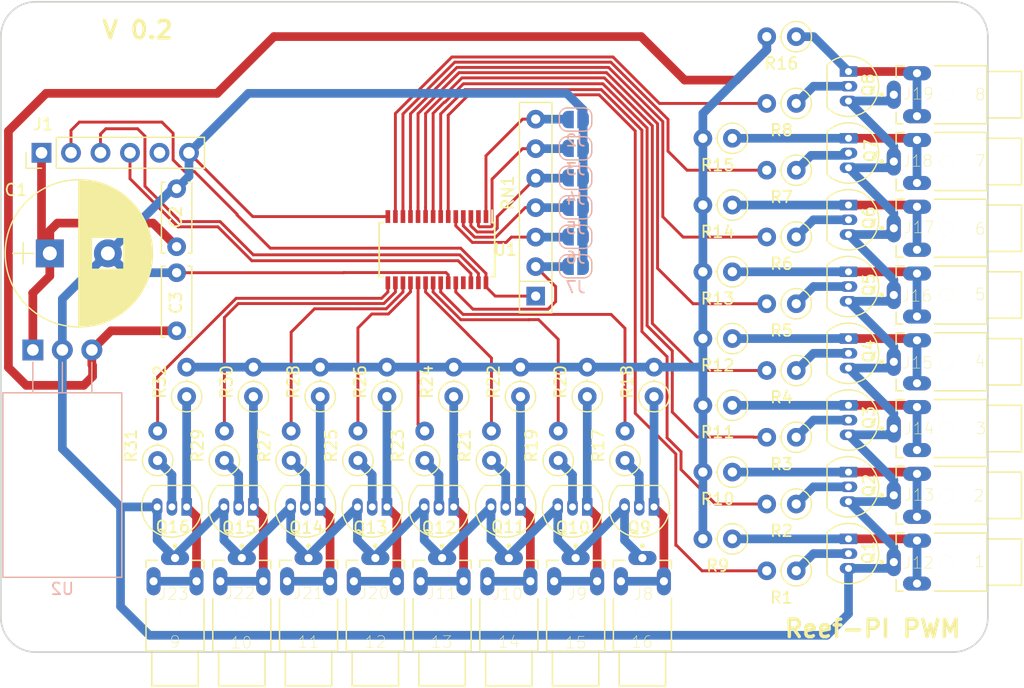
<source format=kicad_pcb>
(kicad_pcb (version 20171130) (host pcbnew "(5.0.0)")
  (layers (0 F.Cu signal) (31 B.Cu signal) (34 B.Paste user) (35 F.Paste user) (36 B.SilkS user) (37 F.SilkS user) (38 B.Mask user) (39 F.Mask user) (44 Edge.Cuts user))
  (net 0 "")
  (net 1 GND)
  (net 2 "Net-(C1-Pad1)")
  (net 3 "Net-(C3-Pad1)")
  (net 4 "Net-(J1-Pad5)")
  (net 5 "Net-(J1-Pad4)")
  (net 6 "Net-(J1-Pad3)")
  (net 7 "Net-(J1-Pad2)")
  (net 8 "Net-(J2-Pad1)")
  (net 9 "Net-(J3-Pad1)")
  (net 10 "Net-(J4-Pad1)")
  (net 11 "Net-(J5-Pad1)")
  (net 12 "Net-(J6-Pad1)")
  (net 13 "Net-(J7-Pad1)")
  (net 14 "Net-(J10-Pad2)")
  (net 15 "Net-(J11-Pad2)")
  (net 16 "Net-(J12-Pad2)")
  (net 17 "Net-(J13-Pad2)")
  (net 18 "Net-(J14-Pad2)")
  (net 19 "Net-(J15-Pad2)")
  (net 20 "Net-(J16-Pad2)")
  (net 21 "Net-(J17-Pad2)")
  (net 22 "Net-(J18-Pad2)")
  (net 23 "Net-(J19-Pad2)")
  (net 24 "Net-(Q1-Pad2)")
  (net 25 "Net-(Q2-Pad2)")
  (net 26 "Net-(Q3-Pad2)")
  (net 27 "Net-(Q4-Pad2)")
  (net 28 "Net-(Q5-Pad2)")
  (net 29 "Net-(Q6-Pad2)")
  (net 30 "Net-(Q7-Pad2)")
  (net 31 "Net-(Q8-Pad2)")
  (net 32 "Net-(R1-Pad2)")
  (net 33 "Net-(R2-Pad2)")
  (net 34 "Net-(R3-Pad2)")
  (net 35 "Net-(R4-Pad2)")
  (net 36 "Net-(R5-Pad2)")
  (net 37 "Net-(R6-Pad2)")
  (net 38 "Net-(R7-Pad2)")
  (net 39 "Net-(R8-Pad2)")
  (net 40 "Net-(U1-Pad25)")
  (net 41 "Net-(J8-Pad2)")
  (net 42 "Net-(J9-Pad2)")
  (net 43 "Net-(J20-Pad2)")
  (net 44 "Net-(J21-Pad2)")
  (net 45 "Net-(J22-Pad2)")
  (net 46 "Net-(J23-Pad2)")
  (net 47 "Net-(Q9-Pad2)")
  (net 48 "Net-(Q10-Pad2)")
  (net 49 "Net-(Q11-Pad2)")
  (net 50 "Net-(Q12-Pad2)")
  (net 51 "Net-(Q13-Pad2)")
  (net 52 "Net-(Q14-Pad2)")
  (net 53 "Net-(Q15-Pad2)")
  (net 54 "Net-(Q16-Pad2)")
  (net 55 "Net-(R17-Pad2)")
  (net 56 "Net-(R19-Pad2)")
  (net 57 "Net-(R21-Pad2)")
  (net 58 "Net-(R23-Pad2)")
  (net 59 "Net-(R25-Pad2)")
  (net 60 "Net-(R27-Pad2)")
  (net 61 "Net-(R29-Pad2)")
  (net 62 "Net-(R31-Pad2)")
  (module MJ1-2503A:CUI_MJ1-2503A (layer F.Cu) (at 120.25 112 270)
    (fp_text reference J8 (at -1.002 -0.102) (layer F.SilkS) (effects (font (size 1.0019 1.0019) (thickness 0.05))))
    (fp_text value 16 (at 3.1255 0.025) (layer F.SilkS) (effects (font (size 1.00111 1.00111) (thickness 0.05))))
    (fp_line (start -2.85 -2.2) (end -1.35 -2.2) (layer Edge.Cuts) (width 0.0001))
    (fp_line (start -2.85 -1.5) (end -2.85 -2.2) (layer Edge.Cuts) (width 0.0001))
    (fp_line (start -1.35 -1.5) (end -2.85 -1.5) (layer Edge.Cuts) (width 0.0001))
    (fp_line (start -1.35 -2.2) (end -1.35 -1.5) (layer Edge.Cuts) (width 0.0001))
    (fp_line (start -2.85 1.5) (end -1.35 1.5) (layer Edge.Cuts) (width 0.0001))
    (fp_line (start -2.85 2.2) (end -2.85 1.5) (layer Edge.Cuts) (width 0.0001))
    (fp_line (start -1.35 2.2) (end -2.85 2.2) (layer Edge.Cuts) (width 0.0001))
    (fp_line (start -1.35 1.5) (end -1.35 2.2) (layer Edge.Cuts) (width 0.0001))
    (fp_line (start -3.75 -0.75) (end -3.75 0.75) (layer Edge.Cuts) (width 0.0001))
    (fp_line (start -4.45 -0.75) (end -3.75 -0.75) (layer Edge.Cuts) (width 0.0001))
    (fp_line (start -4.45 0.75) (end -4.45 -0.75) (layer Edge.Cuts) (width 0.0001))
    (fp_line (start -3.75 0.75) (end -4.45 0.75) (layer Edge.Cuts) (width 0.0001))
    (pad 2 thru_hole oval (at -2.1 -1.85 270) (size 2.416 1.208) (drill 0.7) (layers *.Cu *.Mask) (net 41 "Net-(J8-Pad2)"))
    (pad 3 thru_hole oval (at -2.1 1.85 270) (size 2.416 1.208) (drill 0.7) (layers *.Cu *.Mask) (net 41 "Net-(J8-Pad2)"))
    (pad 1 thru_hole oval (at -4.1 0 180) (size 2.416 1.208) (drill 0.7) (layers *.Cu *.Mask) (net 1 GND))
    (pad Hole np_thru_hole circle (at 0.4 0 270) (size 1.2 1.2) (drill 1.2) (layers *.Cu *.Mask F.SilkS))
  )
  (module TO_SOT_Packages_THT:TO-92_Inline_Narrow_Oval (layer F.Cu) (at 121.25 103.5 180)
    (fp_text reference Q9 (at 1.275 -1.783 180) (layer F.SilkS))
    (fp_text value 2N3904)
    (pad 2 thru_hole oval (at 1.27 0) (size 0.9 1.5) (drill 0.6) (layers *.Cu *.Mask) (net 47 "Net-(Q9-Pad2)"))
    (pad 3 thru_hole oval (at 2.54 0) (size 0.9 1.5) (drill 0.6) (layers *.Cu *.Mask) (net 1 GND))
    (pad 1 thru_hole rect (at 0 0) (size 0.9 1.5) (drill 0.6) (layers *.Cu *.Mask) (net 41 "Net-(J8-Pad2)"))
  )
  (module Resistors_THT:R_Axial_DIN0207_L6.3mm_D2.5mm_P2.54mm_Vertical (layer F.Cu) (at 118.75 99.5 90)
    (fp_text reference R17 (at 1.27 -2.31 90) (layer F.SilkS))
    (fp_text value 10K)
    (pad 1 thru_hole circle (at 0 0 90) (size 1.6 1.6) (drill 0.8) (layers *.Cu *.Mask) (net 47 "Net-(Q9-Pad2)"))
    (pad 2 thru_hole oval (at 2.54 0 90) (size 1.6 1.6) (drill 0.8) (layers *.Cu *.Mask) (net 55 "Net-(R17-Pad2)"))
  )
  (module Resistors_THT:R_Axial_DIN0207_L6.3mm_D2.5mm_P2.54mm_Vertical (layer F.Cu) (at 121.25 94 90)
    (fp_text reference R18 (at 1.27 -2.31 90) (layer F.SilkS))
    (fp_text value 1K)
    (pad 2 thru_hole oval (at 2.54 0 90) (size 1.6 1.6) (drill 0.8) (layers *.Cu *.Mask) (net 3 "Net-(C3-Pad1)"))
    (pad 1 thru_hole circle (at 0 0 90) (size 1.6 1.6) (drill 0.8) (layers *.Cu *.Mask) (net 41 "Net-(J8-Pad2)"))
  )
  (module TO_SOT_Packages_THT:TO-92_Inline_Narrow_Oval (layer F.Cu) (at 98.25 103.5 180)
    (fp_text reference Q13 (at 1.4215 -1.783 180) (layer F.SilkS))
    (fp_text value 2N3904)
    (pad 2 thru_hole oval (at 1.27 0) (size 0.9 1.5) (drill 0.6) (layers *.Cu *.Mask) (net 51 "Net-(Q13-Pad2)"))
    (pad 3 thru_hole oval (at 2.54 0) (size 0.9 1.5) (drill 0.6) (layers *.Cu *.Mask) (net 1 GND))
    (pad 1 thru_hole rect (at 0 0) (size 0.9 1.5) (drill 0.6) (layers *.Cu *.Mask) (net 43 "Net-(J20-Pad2)"))
  )
  (module TO_SOT_Packages_THT:TO-92_Inline_Narrow_Oval (layer F.Cu) (at 92.5 103.5 180)
    (fp_text reference Q14 (at 1.196 -1.783 180) (layer F.SilkS))
    (fp_text value 2N3904)
    (pad 2 thru_hole oval (at 1.27 0) (size 0.9 1.5) (drill 0.6) (layers *.Cu *.Mask) (net 52 "Net-(Q14-Pad2)"))
    (pad 3 thru_hole oval (at 2.54 0) (size 0.9 1.5) (drill 0.6) (layers *.Cu *.Mask) (net 1 GND))
    (pad 1 thru_hole rect (at 0 0) (size 0.9 1.5) (drill 0.6) (layers *.Cu *.Mask) (net 44 "Net-(J21-Pad2)"))
  )
  (module TO_SOT_Packages_THT:TO-92_Inline_Narrow_Oval (layer F.Cu) (at 86.75 103.5 180)
    (fp_text reference Q15 (at 1.2245 -1.783 180) (layer F.SilkS))
    (fp_text value 2N3904)
    (pad 2 thru_hole oval (at 1.27 0) (size 0.9 1.5) (drill 0.6) (layers *.Cu *.Mask) (net 53 "Net-(Q15-Pad2)"))
    (pad 3 thru_hole oval (at 2.54 0) (size 0.9 1.5) (drill 0.6) (layers *.Cu *.Mask) (net 1 GND))
    (pad 1 thru_hole rect (at 0 0) (size 0.9 1.5) (drill 0.6) (layers *.Cu *.Mask) (net 45 "Net-(J22-Pad2)"))
  )
  (module TO_SOT_Packages_THT:TO-92_Inline_Narrow_Oval (layer F.Cu) (at 81 103.5 180)
    (fp_text reference Q16 (at 1.1895 -1.7195 180) (layer F.SilkS))
    (fp_text value 2N3904)
    (pad 2 thru_hole oval (at 1.27 0) (size 0.9 1.5) (drill 0.6) (layers *.Cu *.Mask) (net 54 "Net-(Q16-Pad2)"))
    (pad 3 thru_hole oval (at 2.54 0) (size 0.9 1.5) (drill 0.6) (layers *.Cu *.Mask) (net 1 GND))
    (pad 1 thru_hole rect (at 0 0) (size 0.9 1.5) (drill 0.6) (layers *.Cu *.Mask) (net 46 "Net-(J23-Pad2)"))
  )
  (module TO_SOT_Packages_THT:TO-92_Inline_Narrow_Oval (layer F.Cu) (at 104 103.5 180)
    (fp_text reference Q12 (at 1.27 -1.783 180) (layer F.SilkS))
    (fp_text value 2N3904)
    (pad 2 thru_hole oval (at 1.27 0) (size 0.9 1.5) (drill 0.6) (layers *.Cu *.Mask) (net 50 "Net-(Q12-Pad2)"))
    (pad 3 thru_hole oval (at 2.54 0) (size 0.9 1.5) (drill 0.6) (layers *.Cu *.Mask) (net 1 GND))
    (pad 1 thru_hole rect (at 0 0) (size 0.9 1.5) (drill 0.6) (layers *.Cu *.Mask) (net 15 "Net-(J11-Pad2)"))
  )
  (module TO_SOT_Packages_THT:TO-92_Inline_Narrow_Oval (layer F.Cu) (at 109.75 103.5 180)
    (fp_text reference Q11 (at 1.056 -1.7195 180) (layer F.SilkS))
    (fp_text value 2N3904)
    (pad 2 thru_hole oval (at 1.27 0) (size 0.9 1.5) (drill 0.6) (layers *.Cu *.Mask) (net 49 "Net-(Q11-Pad2)"))
    (pad 3 thru_hole oval (at 2.54 0) (size 0.9 1.5) (drill 0.6) (layers *.Cu *.Mask) (net 1 GND))
    (pad 1 thru_hole rect (at 0 0) (size 0.9 1.5) (drill 0.6) (layers *.Cu *.Mask) (net 14 "Net-(J10-Pad2)"))
  )
  (module TO_SOT_Packages_THT:TO-92_Inline_Narrow_Oval (layer F.Cu) (at 115.5 103.5 180)
    (fp_text reference Q10 (at 1.24 -1.783 180) (layer F.SilkS))
    (fp_text value 2N3904)
    (pad 2 thru_hole oval (at 1.27 0) (size 0.9 1.5) (drill 0.6) (layers *.Cu *.Mask) (net 48 "Net-(Q10-Pad2)"))
    (pad 3 thru_hole oval (at 2.54 0) (size 0.9 1.5) (drill 0.6) (layers *.Cu *.Mask) (net 1 GND))
    (pad 1 thru_hole rect (at 0 0) (size 0.9 1.5) (drill 0.6) (layers *.Cu *.Mask) (net 42 "Net-(J9-Pad2)"))
  )
  (module TO_SOT_Packages_THT:TO-92_Inline_Narrow_Oval (layer F.Cu) (at 138 106.25 270)
    (fp_text reference Q1 (at 1.183 -1.7 270) (layer F.SilkS))
    (fp_text value 2N3904)
    (pad 2 thru_hole oval (at 1.27 0 90) (size 0.9 1.5) (drill 0.6) (layers *.Cu *.Mask) (net 24 "Net-(Q1-Pad2)"))
    (pad 3 thru_hole oval (at 2.54 0 90) (size 0.9 1.5) (drill 0.6) (layers *.Cu *.Mask) (net 1 GND))
    (pad 1 thru_hole rect (at 0 0 90) (size 0.9 1.5) (drill 0.6) (layers *.Cu *.Mask) (net 16 "Net-(J12-Pad2)"))
  )
  (module TO_SOT_Packages_THT:TO-92_Inline_Narrow_Oval (layer F.Cu) (at 138 100.5 270)
    (fp_text reference Q2 (at 1.148 -1.7635 270) (layer F.SilkS))
    (fp_text value 2N3904)
    (pad 2 thru_hole oval (at 1.27 0 90) (size 0.9 1.5) (drill 0.6) (layers *.Cu *.Mask) (net 25 "Net-(Q2-Pad2)"))
    (pad 3 thru_hole oval (at 2.54 0 90) (size 0.9 1.5) (drill 0.6) (layers *.Cu *.Mask) (net 1 GND))
    (pad 1 thru_hole rect (at 0 0 90) (size 0.9 1.5) (drill 0.6) (layers *.Cu *.Mask) (net 17 "Net-(J13-Pad2)"))
  )
  (module TO_SOT_Packages_THT:TO-92_Inline_Narrow_Oval (layer F.Cu) (at 138 94.75 270)
    (fp_text reference Q3 (at 1.0495 -1.7635 270) (layer F.SilkS))
    (fp_text value 2N3904)
    (pad 2 thru_hole oval (at 1.27 0 90) (size 0.9 1.5) (drill 0.6) (layers *.Cu *.Mask) (net 26 "Net-(Q3-Pad2)"))
    (pad 3 thru_hole oval (at 2.54 0 90) (size 0.9 1.5) (drill 0.6) (layers *.Cu *.Mask) (net 1 GND))
    (pad 1 thru_hole rect (at 0 0 90) (size 0.9 1.5) (drill 0.6) (layers *.Cu *.Mask) (net 18 "Net-(J14-Pad2)"))
  )
  (module TO_SOT_Packages_THT:TO-92_Inline_Narrow_Oval (layer F.Cu) (at 138 89 270)
    (fp_text reference Q4 (at 1.078 -1.7635 270) (layer F.SilkS))
    (fp_text value 2N3904)
    (pad 2 thru_hole oval (at 1.27 0 90) (size 0.9 1.5) (drill 0.6) (layers *.Cu *.Mask) (net 27 "Net-(Q4-Pad2)"))
    (pad 3 thru_hole oval (at 2.54 0 90) (size 0.9 1.5) (drill 0.6) (layers *.Cu *.Mask) (net 1 GND))
    (pad 1 thru_hole rect (at 0 0 90) (size 0.9 1.5) (drill 0.6) (layers *.Cu *.Mask) (net 19 "Net-(J15-Pad2)"))
  )
  (module TO_SOT_Packages_THT:TO-92_Inline_Narrow_Oval (layer F.Cu) (at 138 77.5 270)
    (fp_text reference Q6 (at 1.1065 -1.7635 270) (layer F.SilkS))
    (fp_text value 2N3904)
    (pad 2 thru_hole oval (at 1.27 0 90) (size 0.9 1.5) (drill 0.6) (layers *.Cu *.Mask) (net 29 "Net-(Q6-Pad2)"))
    (pad 3 thru_hole oval (at 2.54 0 90) (size 0.9 1.5) (drill 0.6) (layers *.Cu *.Mask) (net 1 GND))
    (pad 1 thru_hole rect (at 0 0 90) (size 0.9 1.5) (drill 0.6) (layers *.Cu *.Mask) (net 21 "Net-(J17-Pad2)"))
  )
  (module TO_SOT_Packages_THT:TO-92_Inline_Narrow_Oval (layer F.Cu) (at 138 71.75 270)
    (fp_text reference Q7 (at 1.0715 -1.8905 270) (layer F.SilkS))
    (fp_text value 2N3904)
    (pad 1 thru_hole rect (at 0 0 90) (size 0.9 1.5) (drill 0.6) (layers *.Cu *.Mask) (net 22 "Net-(J18-Pad2)"))
    (pad 3 thru_hole oval (at 2.54 0 90) (size 0.9 1.5) (drill 0.6) (layers *.Cu *.Mask) (net 1 GND))
    (pad 2 thru_hole oval (at 1.27 0 90) (size 0.9 1.5) (drill 0.6) (layers *.Cu *.Mask) (net 30 "Net-(Q7-Pad2)"))
  )
  (module TO_SOT_Packages_THT:TO-92_Inline_Narrow_Oval (layer F.Cu) (at 138 66 270)
    (fp_text reference Q8 (at 1.1635 -1.7 270) (layer F.SilkS))
    (fp_text value 2N3904)
    (pad 1 thru_hole rect (at 0 0 90) (size 0.9 1.5) (drill 0.6) (layers *.Cu *.Mask) (net 23 "Net-(J19-Pad2)"))
    (pad 3 thru_hole oval (at 2.54 0 90) (size 0.9 1.5) (drill 0.6) (layers *.Cu *.Mask) (net 1 GND))
    (pad 2 thru_hole oval (at 1.27 0 90) (size 0.9 1.5) (drill 0.6) (layers *.Cu *.Mask) (net 31 "Net-(Q8-Pad2)"))
  )
  (module TO_SOT_Packages_THT:TO-92_Inline_Narrow_Oval (layer F.Cu) (at 138 83.25 270)
    (fp_text reference Q5 (at 1.1285 -1.7635 270) (layer F.SilkS))
    (fp_text value 2N3904)
    (pad 2 thru_hole oval (at 1.27 0 90) (size 0.9 1.5) (drill 0.6) (layers *.Cu *.Mask) (net 28 "Net-(Q5-Pad2)"))
    (pad 3 thru_hole oval (at 2.54 0 90) (size 0.9 1.5) (drill 0.6) (layers *.Cu *.Mask) (net 1 GND))
    (pad 1 thru_hole rect (at 0 0 90) (size 0.9 1.5) (drill 0.6) (layers *.Cu *.Mask) (net 20 "Net-(J16-Pad2)"))
  )
  (module MJ1-2503A:CUI_MJ1-2503A (layer F.Cu) (at 85.75 112 270)
    (fp_text reference J22 (at -1.0655 0.165) (layer F.SilkS) (effects (font (size 1.0019 1.0019) (thickness 0.05))))
    (fp_text value 10 (at 3.189 0.038) (layer F.SilkS) (effects (font (size 1.00111 1.00111) (thickness 0.05))))
    (fp_line (start -2.85 -2.2) (end -1.35 -2.2) (layer Edge.Cuts) (width 0.0001))
    (fp_line (start -2.85 -1.5) (end -2.85 -2.2) (layer Edge.Cuts) (width 0.0001))
    (fp_line (start -1.35 -1.5) (end -2.85 -1.5) (layer Edge.Cuts) (width 0.0001))
    (fp_line (start -1.35 -2.2) (end -1.35 -1.5) (layer Edge.Cuts) (width 0.0001))
    (fp_line (start -2.85 1.5) (end -1.35 1.5) (layer Edge.Cuts) (width 0.0001))
    (fp_line (start -2.85 2.2) (end -2.85 1.5) (layer Edge.Cuts) (width 0.0001))
    (fp_line (start -1.35 2.2) (end -2.85 2.2) (layer Edge.Cuts) (width 0.0001))
    (fp_line (start -1.35 1.5) (end -1.35 2.2) (layer Edge.Cuts) (width 0.0001))
    (fp_line (start -3.75 -0.75) (end -3.75 0.75) (layer Edge.Cuts) (width 0.0001))
    (fp_line (start -4.45 -0.75) (end -3.75 -0.75) (layer Edge.Cuts) (width 0.0001))
    (fp_line (start -4.45 0.75) (end -4.45 -0.75) (layer Edge.Cuts) (width 0.0001))
    (fp_line (start -3.75 0.75) (end -4.45 0.75) (layer Edge.Cuts) (width 0.0001))
    (pad 2 thru_hole oval (at -2.1 -1.85 270) (size 2.416 1.208) (drill 0.7) (layers *.Cu *.Mask) (net 45 "Net-(J22-Pad2)"))
    (pad 3 thru_hole oval (at -2.1 1.85 270) (size 2.416 1.208) (drill 0.7) (layers *.Cu *.Mask) (net 45 "Net-(J22-Pad2)"))
    (pad 1 thru_hole oval (at -4.1 0 180) (size 2.416 1.208) (drill 0.7) (layers *.Cu *.Mask) (net 1 GND))
    (pad Hole np_thru_hole circle (at 0.4 0 270) (size 1.2 1.2) (drill 1.2) (layers *.Cu *.Mask F.SilkS))
  )
  (module MJ1-2503A:CUI_MJ1-2503A (layer F.Cu) (at 91.5 112 270)
    (fp_text reference J21 (at -1.0655 0.0095) (layer F.SilkS) (effects (font (size 1.0019 1.0019) (thickness 0.05))))
    (fp_text value 11 (at 3.1255 0.0095) (layer F.SilkS) (effects (font (size 1.00111 1.00111) (thickness 0.05))))
    (fp_line (start -3.75 0.75) (end -4.45 0.75) (layer Edge.Cuts) (width 0.0001))
    (fp_line (start -4.45 0.75) (end -4.45 -0.75) (layer Edge.Cuts) (width 0.0001))
    (fp_line (start -4.45 -0.75) (end -3.75 -0.75) (layer Edge.Cuts) (width 0.0001))
    (fp_line (start -3.75 -0.75) (end -3.75 0.75) (layer Edge.Cuts) (width 0.0001))
    (fp_line (start -1.35 1.5) (end -1.35 2.2) (layer Edge.Cuts) (width 0.0001))
    (fp_line (start -1.35 2.2) (end -2.85 2.2) (layer Edge.Cuts) (width 0.0001))
    (fp_line (start -2.85 2.2) (end -2.85 1.5) (layer Edge.Cuts) (width 0.0001))
    (fp_line (start -2.85 1.5) (end -1.35 1.5) (layer Edge.Cuts) (width 0.0001))
    (fp_line (start -1.35 -2.2) (end -1.35 -1.5) (layer Edge.Cuts) (width 0.0001))
    (fp_line (start -1.35 -1.5) (end -2.85 -1.5) (layer Edge.Cuts) (width 0.0001))
    (fp_line (start -2.85 -1.5) (end -2.85 -2.2) (layer Edge.Cuts) (width 0.0001))
    (fp_line (start -2.85 -2.2) (end -1.35 -2.2) (layer Edge.Cuts) (width 0.0001))
    (pad Hole np_thru_hole circle (at 0.4 0 270) (size 1.2 1.2) (drill 1.2) (layers *.Cu *.Mask F.SilkS))
    (pad 1 thru_hole oval (at -4.1 0 180) (size 2.416 1.208) (drill 0.7) (layers *.Cu *.Mask) (net 1 GND))
    (pad 3 thru_hole oval (at -2.1 1.85 270) (size 2.416 1.208) (drill 0.7) (layers *.Cu *.Mask) (net 44 "Net-(J21-Pad2)"))
    (pad 2 thru_hole oval (at -2.1 -1.85 270) (size 2.416 1.208) (drill 0.7) (layers *.Cu *.Mask) (net 44 "Net-(J21-Pad2)"))
  )
  (module MJ1-2503A:CUI_MJ1-2503A (layer F.Cu) (at 97.25 112 270)
    (fp_text reference J20 (at -1.0655 0.108) (layer F.SilkS) (effects (font (size 1.0019 1.0019) (thickness 0.05))))
    (fp_text value 12 (at 3.1255 -0.019) (layer F.SilkS) (effects (font (size 1.00111 1.00111) (thickness 0.05))))
    (fp_line (start -3.75 0.75) (end -4.45 0.75) (layer Edge.Cuts) (width 0.0001))
    (fp_line (start -4.45 0.75) (end -4.45 -0.75) (layer Edge.Cuts) (width 0.0001))
    (fp_line (start -4.45 -0.75) (end -3.75 -0.75) (layer Edge.Cuts) (width 0.0001))
    (fp_line (start -3.75 -0.75) (end -3.75 0.75) (layer Edge.Cuts) (width 0.0001))
    (fp_line (start -1.35 1.5) (end -1.35 2.2) (layer Edge.Cuts) (width 0.0001))
    (fp_line (start -1.35 2.2) (end -2.85 2.2) (layer Edge.Cuts) (width 0.0001))
    (fp_line (start -2.85 2.2) (end -2.85 1.5) (layer Edge.Cuts) (width 0.0001))
    (fp_line (start -2.85 1.5) (end -1.35 1.5) (layer Edge.Cuts) (width 0.0001))
    (fp_line (start -1.35 -2.2) (end -1.35 -1.5) (layer Edge.Cuts) (width 0.0001))
    (fp_line (start -1.35 -1.5) (end -2.85 -1.5) (layer Edge.Cuts) (width 0.0001))
    (fp_line (start -2.85 -1.5) (end -2.85 -2.2) (layer Edge.Cuts) (width 0.0001))
    (fp_line (start -2.85 -2.2) (end -1.35 -2.2) (layer Edge.Cuts) (width 0.0001))
    (pad Hole np_thru_hole circle (at 0.4 0 270) (size 1.2 1.2) (drill 1.2) (layers *.Cu *.Mask F.SilkS))
    (pad 1 thru_hole oval (at -4.1 0 180) (size 2.416 1.208) (drill 0.7) (layers *.Cu *.Mask) (net 1 GND))
    (pad 3 thru_hole oval (at -2.1 1.85 270) (size 2.416 1.208) (drill 0.7) (layers *.Cu *.Mask) (net 43 "Net-(J20-Pad2)"))
    (pad 2 thru_hole oval (at -2.1 -1.85 270) (size 2.416 1.208) (drill 0.7) (layers *.Cu *.Mask) (net 43 "Net-(J20-Pad2)"))
  )
  (module Resistors_THT:R_Axial_DIN0207_L6.3mm_D2.5mm_P2.54mm_Vertical (layer F.Cu) (at 92.5 94 90)
    (fp_text reference R28 (at 1.27 -2.31 90) (layer F.SilkS))
    (fp_text value 1K)
    (pad 2 thru_hole oval (at 2.54 0 90) (size 1.6 1.6) (drill 0.8) (layers *.Cu *.Mask) (net 3 "Net-(C3-Pad1)"))
    (pad 1 thru_hole circle (at 0 0 90) (size 1.6 1.6) (drill 0.8) (layers *.Cu *.Mask) (net 44 "Net-(J21-Pad2)"))
  )
  (module Resistors_THT:R_Axial_DIN0207_L6.3mm_D2.5mm_P2.54mm_Vertical (layer F.Cu) (at 84.25 99.5 90)
    (fp_text reference R29 (at 1.27 -2.31 90) (layer F.SilkS))
    (fp_text value 10K)
    (pad 1 thru_hole circle (at 0 0 90) (size 1.6 1.6) (drill 0.8) (layers *.Cu *.Mask) (net 53 "Net-(Q15-Pad2)"))
    (pad 2 thru_hole oval (at 2.54 0 90) (size 1.6 1.6) (drill 0.8) (layers *.Cu *.Mask) (net 61 "Net-(R29-Pad2)"))
  )
  (module Resistors_THT:R_Axial_DIN0207_L6.3mm_D2.5mm_P2.54mm_Vertical (layer F.Cu) (at 86.75 94 90)
    (fp_text reference R30 (at 1.27 -2.31 90) (layer F.SilkS))
    (fp_text value 1K)
    (pad 2 thru_hole oval (at 2.54 0 90) (size 1.6 1.6) (drill 0.8) (layers *.Cu *.Mask) (net 3 "Net-(C3-Pad1)"))
    (pad 1 thru_hole circle (at 0 0 90) (size 1.6 1.6) (drill 0.8) (layers *.Cu *.Mask) (net 45 "Net-(J22-Pad2)"))
  )
  (module Resistors_THT:R_Axial_DIN0207_L6.3mm_D2.5mm_P2.54mm_Vertical (layer F.Cu) (at 78.5 99.5 90)
    (fp_text reference R31 (at 1.27 -2.31 90) (layer F.SilkS))
    (fp_text value 10K)
    (pad 1 thru_hole circle (at 0 0 90) (size 1.6 1.6) (drill 0.8) (layers *.Cu *.Mask) (net 54 "Net-(Q16-Pad2)"))
    (pad 2 thru_hole oval (at 2.54 0 90) (size 1.6 1.6) (drill 0.8) (layers *.Cu *.Mask) (net 62 "Net-(R31-Pad2)"))
  )
  (module Resistors_THT:R_Axial_DIN0207_L6.3mm_D2.5mm_P2.54mm_Vertical (layer F.Cu) (at 81 94 90)
    (fp_text reference R32 (at 1.27 -2.31 90) (layer F.SilkS))
    (fp_text value 1K)
    (pad 2 thru_hole oval (at 2.54 0 90) (size 1.6 1.6) (drill 0.8) (layers *.Cu *.Mask) (net 3 "Net-(C3-Pad1)"))
    (pad 1 thru_hole circle (at 0 0 90) (size 1.6 1.6) (drill 0.8) (layers *.Cu *.Mask) (net 46 "Net-(J23-Pad2)"))
  )
  (module Resistors_THT:R_Axial_DIN0207_L6.3mm_D2.5mm_P2.54mm_Vertical (layer F.Cu) (at 104 94 90)
    (fp_text reference R24 (at 1.27 -2.31 90) (layer F.SilkS))
    (fp_text value 1K)
    (pad 2 thru_hole oval (at 2.54 0 90) (size 1.6 1.6) (drill 0.8) (layers *.Cu *.Mask) (net 3 "Net-(C3-Pad1)"))
    (pad 1 thru_hole circle (at 0 0 90) (size 1.6 1.6) (drill 0.8) (layers *.Cu *.Mask) (net 15 "Net-(J11-Pad2)"))
  )
  (module Resistors_THT:R_Axial_DIN0207_L6.3mm_D2.5mm_P2.54mm_Vertical (layer F.Cu) (at 95.75 99.5 90)
    (fp_text reference R25 (at 1.27 -2.31 90) (layer F.SilkS))
    (fp_text value 10K)
    (pad 1 thru_hole circle (at 0 0 90) (size 1.6 1.6) (drill 0.8) (layers *.Cu *.Mask) (net 51 "Net-(Q13-Pad2)"))
    (pad 2 thru_hole oval (at 2.54 0 90) (size 1.6 1.6) (drill 0.8) (layers *.Cu *.Mask) (net 59 "Net-(R25-Pad2)"))
  )
  (module Resistors_THT:R_Axial_DIN0207_L6.3mm_D2.5mm_P2.54mm_Vertical (layer F.Cu) (at 98.25 94 90)
    (fp_text reference R26 (at 1.27 -2.31 90) (layer F.SilkS))
    (fp_text value 1K)
    (pad 2 thru_hole oval (at 2.54 0 90) (size 1.6 1.6) (drill 0.8) (layers *.Cu *.Mask) (net 3 "Net-(C3-Pad1)"))
    (pad 1 thru_hole circle (at 0 0 90) (size 1.6 1.6) (drill 0.8) (layers *.Cu *.Mask) (net 43 "Net-(J20-Pad2)"))
  )
  (module MJ1-2503A:CUI_MJ1-2503A (layer F.Cu) (at 80 112 270)
    (fp_text reference J23 (at -1.002 0.13) (layer F.SilkS) (effects (font (size 1.0019 1.0019) (thickness 0.05))))
    (fp_text value 9 (at 3.1255 0.003) (layer F.SilkS) (effects (font (size 1.00111 1.00111) (thickness 0.05))))
    (fp_line (start -2.85 -2.2) (end -1.35 -2.2) (layer Edge.Cuts) (width 0.0001))
    (fp_line (start -2.85 -1.5) (end -2.85 -2.2) (layer Edge.Cuts) (width 0.0001))
    (fp_line (start -1.35 -1.5) (end -2.85 -1.5) (layer Edge.Cuts) (width 0.0001))
    (fp_line (start -1.35 -2.2) (end -1.35 -1.5) (layer Edge.Cuts) (width 0.0001))
    (fp_line (start -2.85 1.5) (end -1.35 1.5) (layer Edge.Cuts) (width 0.0001))
    (fp_line (start -2.85 2.2) (end -2.85 1.5) (layer Edge.Cuts) (width 0.0001))
    (fp_line (start -1.35 2.2) (end -2.85 2.2) (layer Edge.Cuts) (width 0.0001))
    (fp_line (start -1.35 1.5) (end -1.35 2.2) (layer Edge.Cuts) (width 0.0001))
    (fp_line (start -3.75 -0.75) (end -3.75 0.75) (layer Edge.Cuts) (width 0.0001))
    (fp_line (start -4.45 -0.75) (end -3.75 -0.75) (layer Edge.Cuts) (width 0.0001))
    (fp_line (start -4.45 0.75) (end -4.45 -0.75) (layer Edge.Cuts) (width 0.0001))
    (fp_line (start -3.75 0.75) (end -4.45 0.75) (layer Edge.Cuts) (width 0.0001))
    (pad 2 thru_hole oval (at -2.1 -1.85 270) (size 2.416 1.208) (drill 0.7) (layers *.Cu *.Mask) (net 46 "Net-(J23-Pad2)"))
    (pad 3 thru_hole oval (at -2.1 1.85 270) (size 2.416 1.208) (drill 0.7) (layers *.Cu *.Mask) (net 46 "Net-(J23-Pad2)"))
    (pad 1 thru_hole oval (at -4.1 0 180) (size 2.416 1.208) (drill 0.7) (layers *.Cu *.Mask) (net 1 GND))
    (pad Hole np_thru_hole circle (at 0.4 0 270) (size 1.2 1.2) (drill 1.2) (layers *.Cu *.Mask F.SilkS))
  )
  (module Resistors_THT:R_Axial_DIN0207_L6.3mm_D2.5mm_P2.54mm_Vertical (layer F.Cu) (at 113 99.5 90)
    (fp_text reference R19 (at 1.27 -2.31 90) (layer F.SilkS))
    (fp_text value 10K)
    (pad 2 thru_hole oval (at 2.54 0 90) (size 1.6 1.6) (drill 0.8) (layers *.Cu *.Mask) (net 56 "Net-(R19-Pad2)"))
    (pad 1 thru_hole circle (at 0 0 90) (size 1.6 1.6) (drill 0.8) (layers *.Cu *.Mask) (net 48 "Net-(Q10-Pad2)"))
  )
  (module Resistors_THT:R_Axial_DIN0207_L6.3mm_D2.5mm_P2.54mm_Vertical (layer F.Cu) (at 115.5 94 90)
    (fp_text reference R20 (at 1.27 -2.31 90) (layer F.SilkS))
    (fp_text value 1K)
    (pad 1 thru_hole circle (at 0 0 90) (size 1.6 1.6) (drill 0.8) (layers *.Cu *.Mask) (net 42 "Net-(J9-Pad2)"))
    (pad 2 thru_hole oval (at 2.54 0 90) (size 1.6 1.6) (drill 0.8) (layers *.Cu *.Mask) (net 3 "Net-(C3-Pad1)"))
  )
  (module Resistors_THT:R_Axial_DIN0207_L6.3mm_D2.5mm_P2.54mm_Vertical (layer F.Cu) (at 107.25 99.5 90)
    (fp_text reference R21 (at 1.27 -2.31 90) (layer F.SilkS))
    (fp_text value 10K)
    (pad 1 thru_hole circle (at 0 0 90) (size 1.6 1.6) (drill 0.8) (layers *.Cu *.Mask) (net 49 "Net-(Q11-Pad2)"))
    (pad 2 thru_hole oval (at 2.54 0 90) (size 1.6 1.6) (drill 0.8) (layers *.Cu *.Mask) (net 57 "Net-(R21-Pad2)"))
  )
  (module Resistors_THT:R_Axial_DIN0207_L6.3mm_D2.5mm_P2.54mm_Vertical (layer F.Cu) (at 109.75 94 90)
    (fp_text reference R22 (at 1.27 -2.31 90) (layer F.SilkS))
    (fp_text value 1K)
    (pad 2 thru_hole oval (at 2.54 0 90) (size 1.6 1.6) (drill 0.8) (layers *.Cu *.Mask) (net 3 "Net-(C3-Pad1)"))
    (pad 1 thru_hole circle (at 0 0 90) (size 1.6 1.6) (drill 0.8) (layers *.Cu *.Mask) (net 14 "Net-(J10-Pad2)"))
  )
  (module Resistors_THT:R_Axial_DIN0207_L6.3mm_D2.5mm_P2.54mm_Vertical (layer F.Cu) (at 101.5 99.5 90)
    (fp_text reference R23 (at 1.27 -2.31 90) (layer F.SilkS))
    (fp_text value 10K)
    (pad 1 thru_hole circle (at 0 0 90) (size 1.6 1.6) (drill 0.8) (layers *.Cu *.Mask) (net 50 "Net-(Q12-Pad2)"))
    (pad 2 thru_hole oval (at 2.54 0 90) (size 1.6 1.6) (drill 0.8) (layers *.Cu *.Mask) (net 58 "Net-(R23-Pad2)"))
  )
  (module Resistors_THT:R_Axial_DIN0207_L6.3mm_D2.5mm_P2.54mm_Vertical (layer F.Cu) (at 90 99.5 90)
    (fp_text reference R27 (at 1.27 -2.31 90) (layer F.SilkS))
    (fp_text value 10K)
    (pad 1 thru_hole circle (at 0 0 90) (size 1.6 1.6) (drill 0.8) (layers *.Cu *.Mask) (net 52 "Net-(Q14-Pad2)"))
    (pad 2 thru_hole oval (at 2.54 0 90) (size 1.6 1.6) (drill 0.8) (layers *.Cu *.Mask) (net 60 "Net-(R27-Pad2)"))
  )
  (module Mounting_Holes:MountingHole_2.7mm_M2.5_DIN965 (layer F.Cu) (at 126.5 63.5)
    (fp_text reference "" (at 0 -3.35) (layer F.SilkS))
    (fp_text value "")
    (pad "" np_thru_hole circle (at 0 0) (size 2.75 2.75) (drill 2.75) (layers *.Cu *.Mask))
  )
  (module Mounting_Holes:MountingHole_2.7mm_M2.5_DIN965 (layer F.Cu) (at 126.8555 111.6965)
    (fp_text reference "" (at 0 -3.35) (layer F.SilkS))
    (fp_text value "")
    (pad "" np_thru_hole circle (at 0 0) (size 2.75 2.75) (drill 2.75) (layers *.Cu *.Mask))
  )
  (module Mounting_Holes:MountingHole_2.7mm_M2.5_DIN965 (layer F.Cu) (at 68.5 63.5)
    (fp_text reference "" (at 0 -3.35) (layer F.SilkS))
    (fp_text value "")
    (pad "" np_thru_hole circle (at 0 0) (size 2.75 2.75) (drill 2.75) (layers *.Cu *.Mask))
  )
  (module Mounting_Holes:MountingHole_2.7mm_M2.5_DIN965 (layer F.Cu) (at 68.5 112.5)
    (fp_text reference "" (at 0 -3.35) (layer F.SilkS))
    (fp_text value "")
    (pad "" np_thru_hole circle (at 0 0) (size 2.75 2.75) (drill 2.75) (layers *.Cu *.Mask))
  )
  (module Capacitors_THT:CP_Radial_D12.5mm_P5.00mm (layer F.Cu) (at 69.215 81.661)
    (fp_text reference C1 (at -2.921 -5.461) (layer F.SilkS))
    (fp_text value 330uF)
    (pad 2 thru_hole circle (at 5 0) (size 2.4 2.4) (drill 1.2) (layers *.Cu *.Mask) (net 1 GND))
    (pad 1 thru_hole rect (at 0 0) (size 2.4 2.4) (drill 1.2) (layers *.Cu *.Mask) (net 2 "Net-(C1-Pad1)"))
  )
  (module Capacitors_THT:C_Disc_D6.0mm_W2.5mm_P5.00mm (layer F.Cu) (at 80.137 81.0895 90)
    (fp_text reference C2 (at 2.54 -0.0635 90) (layer F.SilkS))
    (fp_text value 100nf)
    (pad 2 thru_hole circle (at 5 0 90) (size 1.6 1.6) (drill 0.8) (layers *.Cu *.Mask) (net 1 GND))
    (pad 1 thru_hole circle (at 0 0 90) (size 1.6 1.6) (drill 0.8) (layers *.Cu *.Mask) (net 2 "Net-(C1-Pad1)"))
  )
  (module Capacitors_THT:C_Disc_D6.0mm_W2.5mm_P5.00mm (layer F.Cu) (at 80.137 88.3285 90)
    (fp_text reference C3 (at 2.413 -0.0635 90) (layer F.SilkS))
    (fp_text value 100nf)
    (pad 1 thru_hole circle (at 0 0 90) (size 1.6 1.6) (drill 0.8) (layers *.Cu *.Mask) (net 3 "Net-(C3-Pad1)"))
    (pad 2 thru_hole circle (at 5 0 90) (size 1.6 1.6) (drill 0.8) (layers *.Cu *.Mask) (net 1 GND))
  )
  (module Pin_Headers:Pin_Header_Straight_1x06_Pitch2.54mm (layer F.Cu) (at 68.5 73 90)
    (fp_text reference J1 (at 2.4515 0.1435 180) (layer F.SilkS))
    (fp_text value Conn_01x06_Male)
    (pad 6 thru_hole oval (at 0 12.7 90) (size 1.7 1.7) (drill 1) (layers *.Cu *.Mask) (net 1 GND))
    (pad 5 thru_hole oval (at 0 10.16 90) (size 1.7 1.7) (drill 1) (layers *.Cu *.Mask) (net 4 "Net-(J1-Pad5)"))
    (pad 4 thru_hole oval (at 0 7.62 90) (size 1.7 1.7) (drill 1) (layers *.Cu *.Mask) (net 5 "Net-(J1-Pad4)"))
    (pad 3 thru_hole oval (at 0 5.08 90) (size 1.7 1.7) (drill 1) (layers *.Cu *.Mask) (net 6 "Net-(J1-Pad3)"))
    (pad 2 thru_hole oval (at 0 2.54 90) (size 1.7 1.7) (drill 1) (layers *.Cu *.Mask) (net 7 "Net-(J1-Pad2)"))
    (pad 1 thru_hole rect (at 0 0 90) (size 1.7 1.7) (drill 1) (layers *.Cu *.Mask) (net 2 "Net-(C1-Pad1)"))
  )
  (module Jumper:SolderJumper-2_P1.3mm_Open_RoundedPad1.0x1.5mm (layer B.Cu) (at 114.49319 70.13788)
    (fp_text reference J2 (at 0 1.8) (layer B.SilkS) (effects (justify mirror)))
    (fp_text value Jumper)
    (pad 2 smd custom (at 0.65 0) (size 1 0.5) (layers B.Cu B.Mask) (net 1 GND) (options (clearance outline) (anchor rect)) (primitives (gr_circle (center 0 -0.25) (end 0.5 -0.25) (width 0)) (gr_circle (center 0 0.25) (end 0.5 0.25) (width 0)) (gr_poly (pts (xy 0 0.75) (xy -0.5 0.75) (xy -0.5 -0.75) (xy 0 -0.75)) (width 0))))
    (pad 1 smd custom (at -0.65 0) (size 1 0.5) (layers B.Cu B.Mask) (net 8 "Net-(J2-Pad1)") (options (clearance outline) (anchor rect)) (primitives (gr_circle (center 0 -0.25) (end 0.5 -0.25) (width 0)) (gr_circle (center 0 0.25) (end 0.5 0.25) (width 0)) (gr_poly (pts (xy 0 0.75) (xy 0.5 0.75) (xy 0.5 -0.75) (xy 0 -0.75)) (width 0))))
  )
  (module Jumper:SolderJumper-2_P1.3mm_Open_RoundedPad1.0x1.5mm (layer B.Cu) (at 114.49319 72.61438)
    (fp_text reference J3 (at 0 1.8) (layer B.SilkS) (effects (justify mirror)))
    (fp_text value Jumper)
    (pad 2 smd custom (at 0.65 0) (size 1 0.5) (layers B.Cu B.Mask) (net 1 GND) (options (clearance outline) (anchor rect)) (primitives (gr_circle (center 0 -0.25) (end 0.5 -0.25) (width 0)) (gr_circle (center 0 0.25) (end 0.5 0.25) (width 0)) (gr_poly (pts (xy 0 0.75) (xy -0.5 0.75) (xy -0.5 -0.75) (xy 0 -0.75)) (width 0))))
    (pad 1 smd custom (at -0.65 0) (size 1 0.5) (layers B.Cu B.Mask) (net 9 "Net-(J3-Pad1)") (options (clearance outline) (anchor rect)) (primitives (gr_circle (center 0 -0.25) (end 0.5 -0.25) (width 0)) (gr_circle (center 0 0.25) (end 0.5 0.25) (width 0)) (gr_poly (pts (xy 0 0.75) (xy 0.5 0.75) (xy 0.5 -0.75) (xy 0 -0.75)) (width 0))))
  )
  (module Jumper:SolderJumper-2_P1.3mm_Open_RoundedPad1.0x1.5mm (layer B.Cu) (at 114.49319 75.15438)
    (fp_text reference J4 (at 0 1.8) (layer B.SilkS) (effects (justify mirror)))
    (fp_text value Jumper)
    (pad 1 smd custom (at -0.65 0) (size 1 0.5) (layers B.Cu B.Mask) (net 10 "Net-(J4-Pad1)") (options (clearance outline) (anchor rect)) (primitives (gr_circle (center 0 -0.25) (end 0.5 -0.25) (width 0)) (gr_circle (center 0 0.25) (end 0.5 0.25) (width 0)) (gr_poly (pts (xy 0 0.75) (xy 0.5 0.75) (xy 0.5 -0.75) (xy 0 -0.75)) (width 0))))
    (pad 2 smd custom (at 0.65 0) (size 1 0.5) (layers B.Cu B.Mask) (net 1 GND) (options (clearance outline) (anchor rect)) (primitives (gr_circle (center 0 -0.25) (end 0.5 -0.25) (width 0)) (gr_circle (center 0 0.25) (end 0.5 0.25) (width 0)) (gr_poly (pts (xy 0 0.75) (xy -0.5 0.75) (xy -0.5 -0.75) (xy 0 -0.75)) (width 0))))
  )
  (module Jumper:SolderJumper-2_P1.3mm_Open_RoundedPad1.0x1.5mm (layer B.Cu) (at 114.49319 77.69438)
    (fp_text reference J5 (at 0 1.8) (layer B.SilkS) (effects (justify mirror)))
    (fp_text value Jumper)
    (pad 1 smd custom (at -0.65 0) (size 1 0.5) (layers B.Cu B.Mask) (net 11 "Net-(J5-Pad1)") (options (clearance outline) (anchor rect)) (primitives (gr_circle (center 0 -0.25) (end 0.5 -0.25) (width 0)) (gr_circle (center 0 0.25) (end 0.5 0.25) (width 0)) (gr_poly (pts (xy 0 0.75) (xy 0.5 0.75) (xy 0.5 -0.75) (xy 0 -0.75)) (width 0))))
    (pad 2 smd custom (at 0.65 0) (size 1 0.5) (layers B.Cu B.Mask) (net 1 GND) (options (clearance outline) (anchor rect)) (primitives (gr_circle (center 0 -0.25) (end 0.5 -0.25) (width 0)) (gr_circle (center 0 0.25) (end 0.5 0.25) (width 0)) (gr_poly (pts (xy 0 0.75) (xy -0.5 0.75) (xy -0.5 -0.75) (xy 0 -0.75)) (width 0))))
  )
  (module Jumper:SolderJumper-2_P1.3mm_Open_RoundedPad1.0x1.5mm (layer B.Cu) (at 114.49319 80.23438)
    (fp_text reference J6 (at 0 1.8) (layer B.SilkS) (effects (justify mirror)))
    (fp_text value Jumper)
    (pad 2 smd custom (at 0.65 0) (size 1 0.5) (layers B.Cu B.Mask) (net 1 GND) (options (clearance outline) (anchor rect)) (primitives (gr_circle (center 0 -0.25) (end 0.5 -0.25) (width 0)) (gr_circle (center 0 0.25) (end 0.5 0.25) (width 0)) (gr_poly (pts (xy 0 0.75) (xy -0.5 0.75) (xy -0.5 -0.75) (xy 0 -0.75)) (width 0))))
    (pad 1 smd custom (at -0.65 0) (size 1 0.5) (layers B.Cu B.Mask) (net 12 "Net-(J6-Pad1)") (options (clearance outline) (anchor rect)) (primitives (gr_circle (center 0 -0.25) (end 0.5 -0.25) (width 0)) (gr_circle (center 0 0.25) (end 0.5 0.25) (width 0)) (gr_poly (pts (xy 0 0.75) (xy 0.5 0.75) (xy 0.5 -0.75) (xy 0 -0.75)) (width 0))))
  )
  (module Jumper:SolderJumper-2_P1.3mm_Open_RoundedPad1.0x1.5mm (layer B.Cu) (at 114.49319 82.77438)
    (fp_text reference J7 (at 0 1.8) (layer B.SilkS) (effects (justify mirror)))
    (fp_text value Jumper)
    (pad 1 smd custom (at -0.65 0) (size 1 0.5) (layers B.Cu B.Mask) (net 13 "Net-(J7-Pad1)") (options (clearance outline) (anchor rect)) (primitives (gr_circle (center 0 -0.25) (end 0.5 -0.25) (width 0)) (gr_circle (center 0 0.25) (end 0.5 0.25) (width 0)) (gr_poly (pts (xy 0 0.75) (xy 0.5 0.75) (xy 0.5 -0.75) (xy 0 -0.75)) (width 0))))
    (pad 2 smd custom (at 0.65 0) (size 1 0.5) (layers B.Cu B.Mask) (net 1 GND) (options (clearance outline) (anchor rect)) (primitives (gr_circle (center 0 -0.25) (end 0.5 -0.25) (width 0)) (gr_circle (center 0 0.25) (end 0.5 0.25) (width 0)) (gr_poly (pts (xy 0 0.75) (xy -0.5 0.75) (xy -0.5 -0.75) (xy 0 -0.75)) (width 0))))
  )
  (module MJ1-2503A:CUI_MJ1-2503A (layer F.Cu) (at 146 108.25)
    (fp_text reference J12 (at -1.982 0.064) (layer F.SilkS) (effects (font (size 1.0019 1.0019) (thickness 0.05))))
    (fp_text value 1 (at 3.2885 -0.063) (layer F.SilkS) (effects (font (size 1.00111 1.00111) (thickness 0.05))))
    (fp_line (start -2.85 -2.2) (end -1.35 -2.2) (layer Edge.Cuts) (width 0.0001))
    (fp_line (start -2.85 -1.5) (end -2.85 -2.2) (layer Edge.Cuts) (width 0.0001))
    (fp_line (start -1.35 -1.5) (end -2.85 -1.5) (layer Edge.Cuts) (width 0.0001))
    (fp_line (start -1.35 -2.2) (end -1.35 -1.5) (layer Edge.Cuts) (width 0.0001))
    (fp_line (start -2.85 1.5) (end -1.35 1.5) (layer Edge.Cuts) (width 0.0001))
    (fp_line (start -2.85 2.2) (end -2.85 1.5) (layer Edge.Cuts) (width 0.0001))
    (fp_line (start -1.35 2.2) (end -2.85 2.2) (layer Edge.Cuts) (width 0.0001))
    (fp_line (start -1.35 1.5) (end -1.35 2.2) (layer Edge.Cuts) (width 0.0001))
    (fp_line (start -3.75 -0.75) (end -3.75 0.75) (layer Edge.Cuts) (width 0.0001))
    (fp_line (start -4.45 -0.75) (end -3.75 -0.75) (layer Edge.Cuts) (width 0.0001))
    (fp_line (start -4.45 0.75) (end -4.45 -0.75) (layer Edge.Cuts) (width 0.0001))
    (fp_line (start -3.75 0.75) (end -4.45 0.75) (layer Edge.Cuts) (width 0.0001))
    (pad 2 thru_hole oval (at -2.1 -1.85) (size 2.416 1.208) (drill 0.7) (layers *.Cu *.Mask) (net 16 "Net-(J12-Pad2)"))
    (pad 3 thru_hole oval (at -2.1 1.85) (size 2.416 1.208) (drill 0.7) (layers *.Cu *.Mask) (net 16 "Net-(J12-Pad2)"))
    (pad 1 thru_hole oval (at -4.1 0 270) (size 2.416 1.208) (drill 0.7) (layers *.Cu *.Mask) (net 1 GND))
    (pad Hole np_thru_hole circle (at 0.4 0) (size 1.2 1.2) (drill 1.2) (layers *.Cu *.Mask F.SilkS))
  )
  (module MJ1-2503A:CUI_MJ1-2503A (layer F.Cu) (at 146 102.5)
    (fp_text reference J13 (at -1.9185 -0.0345) (layer F.SilkS) (effects (font (size 1.0019 1.0019) (thickness 0.05))))
    (fp_text value 2 (at 3.225 0.029) (layer F.SilkS) (effects (font (size 1.00111 1.00111) (thickness 0.05))))
    (fp_line (start -3.75 0.75) (end -4.45 0.75) (layer Edge.Cuts) (width 0.0001))
    (fp_line (start -4.45 0.75) (end -4.45 -0.75) (layer Edge.Cuts) (width 0.0001))
    (fp_line (start -4.45 -0.75) (end -3.75 -0.75) (layer Edge.Cuts) (width 0.0001))
    (fp_line (start -3.75 -0.75) (end -3.75 0.75) (layer Edge.Cuts) (width 0.0001))
    (fp_line (start -1.35 1.5) (end -1.35 2.2) (layer Edge.Cuts) (width 0.0001))
    (fp_line (start -1.35 2.2) (end -2.85 2.2) (layer Edge.Cuts) (width 0.0001))
    (fp_line (start -2.85 2.2) (end -2.85 1.5) (layer Edge.Cuts) (width 0.0001))
    (fp_line (start -2.85 1.5) (end -1.35 1.5) (layer Edge.Cuts) (width 0.0001))
    (fp_line (start -1.35 -2.2) (end -1.35 -1.5) (layer Edge.Cuts) (width 0.0001))
    (fp_line (start -1.35 -1.5) (end -2.85 -1.5) (layer Edge.Cuts) (width 0.0001))
    (fp_line (start -2.85 -1.5) (end -2.85 -2.2) (layer Edge.Cuts) (width 0.0001))
    (fp_line (start -2.85 -2.2) (end -1.35 -2.2) (layer Edge.Cuts) (width 0.0001))
    (pad Hole np_thru_hole circle (at 0.4 0) (size 1.2 1.2) (drill 1.2) (layers *.Cu *.Mask F.SilkS))
    (pad 1 thru_hole oval (at -4.1 0 270) (size 2.416 1.208) (drill 0.7) (layers *.Cu *.Mask) (net 1 GND))
    (pad 3 thru_hole oval (at -2.1 1.85) (size 2.416 1.208) (drill 0.7) (layers *.Cu *.Mask) (net 17 "Net-(J13-Pad2)"))
    (pad 2 thru_hole oval (at -2.1 -1.85) (size 2.416 1.208) (drill 0.7) (layers *.Cu *.Mask) (net 17 "Net-(J13-Pad2)"))
  )
  (module MJ1-2503A:CUI_MJ1-2503A (layer F.Cu) (at 146 96.75)
    (fp_text reference J14 (at -1.9185 -0.006) (layer F.SilkS) (effects (font (size 1.0019 1.0019) (thickness 0.05))))
    (fp_text value 3 (at 3.4155 -0.006) (layer F.SilkS) (effects (font (size 1.00111 1.00111) (thickness 0.05))))
    (fp_line (start -2.85 -2.2) (end -1.35 -2.2) (layer Edge.Cuts) (width 0.0001))
    (fp_line (start -2.85 -1.5) (end -2.85 -2.2) (layer Edge.Cuts) (width 0.0001))
    (fp_line (start -1.35 -1.5) (end -2.85 -1.5) (layer Edge.Cuts) (width 0.0001))
    (fp_line (start -1.35 -2.2) (end -1.35 -1.5) (layer Edge.Cuts) (width 0.0001))
    (fp_line (start -2.85 1.5) (end -1.35 1.5) (layer Edge.Cuts) (width 0.0001))
    (fp_line (start -2.85 2.2) (end -2.85 1.5) (layer Edge.Cuts) (width 0.0001))
    (fp_line (start -1.35 2.2) (end -2.85 2.2) (layer Edge.Cuts) (width 0.0001))
    (fp_line (start -1.35 1.5) (end -1.35 2.2) (layer Edge.Cuts) (width 0.0001))
    (fp_line (start -3.75 -0.75) (end -3.75 0.75) (layer Edge.Cuts) (width 0.0001))
    (fp_line (start -4.45 -0.75) (end -3.75 -0.75) (layer Edge.Cuts) (width 0.0001))
    (fp_line (start -4.45 0.75) (end -4.45 -0.75) (layer Edge.Cuts) (width 0.0001))
    (fp_line (start -3.75 0.75) (end -4.45 0.75) (layer Edge.Cuts) (width 0.0001))
    (pad 2 thru_hole oval (at -2.1 -1.85) (size 2.416 1.208) (drill 0.7) (layers *.Cu *.Mask) (net 18 "Net-(J14-Pad2)"))
    (pad 3 thru_hole oval (at -2.1 1.85) (size 2.416 1.208) (drill 0.7) (layers *.Cu *.Mask) (net 18 "Net-(J14-Pad2)"))
    (pad 1 thru_hole oval (at -4.1 0 270) (size 2.416 1.208) (drill 0.7) (layers *.Cu *.Mask) (net 1 GND))
    (pad Hole np_thru_hole circle (at 0.4 0) (size 1.2 1.2) (drill 1.2) (layers *.Cu *.Mask F.SilkS))
  )
  (module MJ1-2503A:CUI_MJ1-2503A (layer F.Cu) (at 146 91)
    (fp_text reference J15 (at -2.0455 0.086) (layer F.SilkS) (effects (font (size 1.0019 1.0019) (thickness 0.05))))
    (fp_text value 4 (at 3.352 -0.041) (layer F.SilkS) (effects (font (size 1.00111 1.00111) (thickness 0.05))))
    (fp_line (start -3.75 0.75) (end -4.45 0.75) (layer Edge.Cuts) (width 0.0001))
    (fp_line (start -4.45 0.75) (end -4.45 -0.75) (layer Edge.Cuts) (width 0.0001))
    (fp_line (start -4.45 -0.75) (end -3.75 -0.75) (layer Edge.Cuts) (width 0.0001))
    (fp_line (start -3.75 -0.75) (end -3.75 0.75) (layer Edge.Cuts) (width 0.0001))
    (fp_line (start -1.35 1.5) (end -1.35 2.2) (layer Edge.Cuts) (width 0.0001))
    (fp_line (start -1.35 2.2) (end -2.85 2.2) (layer Edge.Cuts) (width 0.0001))
    (fp_line (start -2.85 2.2) (end -2.85 1.5) (layer Edge.Cuts) (width 0.0001))
    (fp_line (start -2.85 1.5) (end -1.35 1.5) (layer Edge.Cuts) (width 0.0001))
    (fp_line (start -1.35 -2.2) (end -1.35 -1.5) (layer Edge.Cuts) (width 0.0001))
    (fp_line (start -1.35 -1.5) (end -2.85 -1.5) (layer Edge.Cuts) (width 0.0001))
    (fp_line (start -2.85 -1.5) (end -2.85 -2.2) (layer Edge.Cuts) (width 0.0001))
    (fp_line (start -2.85 -2.2) (end -1.35 -2.2) (layer Edge.Cuts) (width 0.0001))
    (pad Hole np_thru_hole circle (at 0.4 0) (size 1.2 1.2) (drill 1.2) (layers *.Cu *.Mask F.SilkS))
    (pad 1 thru_hole oval (at -4.1 0 270) (size 2.416 1.208) (drill 0.7) (layers *.Cu *.Mask) (net 1 GND))
    (pad 3 thru_hole oval (at -2.1 1.85) (size 2.416 1.208) (drill 0.7) (layers *.Cu *.Mask) (net 19 "Net-(J15-Pad2)"))
    (pad 2 thru_hole oval (at -2.1 -1.85) (size 2.416 1.208) (drill 0.7) (layers *.Cu *.Mask) (net 19 "Net-(J15-Pad2)"))
  )
  (module MJ1-2503A:CUI_MJ1-2503A (layer F.Cu) (at 146 85.25)
    (fp_text reference J16 (at -2.109 0.073) (layer F.SilkS) (effects (font (size 1.0019 1.0019) (thickness 0.05))))
    (fp_text value 5 (at 3.352 -0.054) (layer F.SilkS) (effects (font (size 1.00111 1.00111) (thickness 0.05))))
    (fp_line (start -2.85 -2.2) (end -1.35 -2.2) (layer Edge.Cuts) (width 0.0001))
    (fp_line (start -2.85 -1.5) (end -2.85 -2.2) (layer Edge.Cuts) (width 0.0001))
    (fp_line (start -1.35 -1.5) (end -2.85 -1.5) (layer Edge.Cuts) (width 0.0001))
    (fp_line (start -1.35 -2.2) (end -1.35 -1.5) (layer Edge.Cuts) (width 0.0001))
    (fp_line (start -2.85 1.5) (end -1.35 1.5) (layer Edge.Cuts) (width 0.0001))
    (fp_line (start -2.85 2.2) (end -2.85 1.5) (layer Edge.Cuts) (width 0.0001))
    (fp_line (start -1.35 2.2) (end -2.85 2.2) (layer Edge.Cuts) (width 0.0001))
    (fp_line (start -1.35 1.5) (end -1.35 2.2) (layer Edge.Cuts) (width 0.0001))
    (fp_line (start -3.75 -0.75) (end -3.75 0.75) (layer Edge.Cuts) (width 0.0001))
    (fp_line (start -4.45 -0.75) (end -3.75 -0.75) (layer Edge.Cuts) (width 0.0001))
    (fp_line (start -4.45 0.75) (end -4.45 -0.75) (layer Edge.Cuts) (width 0.0001))
    (fp_line (start -3.75 0.75) (end -4.45 0.75) (layer Edge.Cuts) (width 0.0001))
    (pad 2 thru_hole oval (at -2.1 -1.85) (size 2.416 1.208) (drill 0.7) (layers *.Cu *.Mask) (net 20 "Net-(J16-Pad2)"))
    (pad 3 thru_hole oval (at -2.1 1.85) (size 2.416 1.208) (drill 0.7) (layers *.Cu *.Mask) (net 20 "Net-(J16-Pad2)"))
    (pad 1 thru_hole oval (at -4.1 0 270) (size 2.416 1.208) (drill 0.7) (layers *.Cu *.Mask) (net 1 GND))
    (pad Hole np_thru_hole circle (at 0.4 0) (size 1.2 1.2) (drill 1.2) (layers *.Cu *.Mask F.SilkS))
  )
  (module MJ1-2503A:CUI_MJ1-2503A (layer F.Cu) (at 146 79.5)
    (fp_text reference J17 (at -1.9185 -0.076) (layer F.SilkS) (effects (font (size 1.0019 1.0019) (thickness 0.05))))
    (fp_text value 6 (at 3.352 0.051) (layer F.SilkS) (effects (font (size 1.00111 1.00111) (thickness 0.05))))
    (fp_line (start -3.75 0.75) (end -4.45 0.75) (layer Edge.Cuts) (width 0.0001))
    (fp_line (start -4.45 0.75) (end -4.45 -0.75) (layer Edge.Cuts) (width 0.0001))
    (fp_line (start -4.45 -0.75) (end -3.75 -0.75) (layer Edge.Cuts) (width 0.0001))
    (fp_line (start -3.75 -0.75) (end -3.75 0.75) (layer Edge.Cuts) (width 0.0001))
    (fp_line (start -1.35 1.5) (end -1.35 2.2) (layer Edge.Cuts) (width 0.0001))
    (fp_line (start -1.35 2.2) (end -2.85 2.2) (layer Edge.Cuts) (width 0.0001))
    (fp_line (start -2.85 2.2) (end -2.85 1.5) (layer Edge.Cuts) (width 0.0001))
    (fp_line (start -2.85 1.5) (end -1.35 1.5) (layer Edge.Cuts) (width 0.0001))
    (fp_line (start -1.35 -2.2) (end -1.35 -1.5) (layer Edge.Cuts) (width 0.0001))
    (fp_line (start -1.35 -1.5) (end -2.85 -1.5) (layer Edge.Cuts) (width 0.0001))
    (fp_line (start -2.85 -1.5) (end -2.85 -2.2) (layer Edge.Cuts) (width 0.0001))
    (fp_line (start -2.85 -2.2) (end -1.35 -2.2) (layer Edge.Cuts) (width 0.0001))
    (pad Hole np_thru_hole circle (at 0.4 0) (size 1.2 1.2) (drill 1.2) (layers *.Cu *.Mask F.SilkS))
    (pad 1 thru_hole oval (at -4.1 0 270) (size 2.416 1.208) (drill 0.7) (layers *.Cu *.Mask) (net 1 GND))
    (pad 3 thru_hole oval (at -2.1 1.85) (size 2.416 1.208) (drill 0.7) (layers *.Cu *.Mask) (net 21 "Net-(J17-Pad2)"))
    (pad 2 thru_hole oval (at -2.1 -1.85) (size 2.416 1.208) (drill 0.7) (layers *.Cu *.Mask) (net 21 "Net-(J17-Pad2)"))
  )
  (module MJ1-2503A:CUI_MJ1-2503A (layer F.Cu) (at 146 73.75)
    (fp_text reference J18 (at -2.0455 -0.0475) (layer F.SilkS) (effects (font (size 1.0019 1.0019) (thickness 0.05))))
    (fp_text value 7 (at 3.352 -0.0475) (layer F.SilkS) (effects (font (size 1.00111 1.00111) (thickness 0.05))))
    (fp_line (start -2.85 -2.2) (end -1.35 -2.2) (layer Edge.Cuts) (width 0.0001))
    (fp_line (start -2.85 -1.5) (end -2.85 -2.2) (layer Edge.Cuts) (width 0.0001))
    (fp_line (start -1.35 -1.5) (end -2.85 -1.5) (layer Edge.Cuts) (width 0.0001))
    (fp_line (start -1.35 -2.2) (end -1.35 -1.5) (layer Edge.Cuts) (width 0.0001))
    (fp_line (start -2.85 1.5) (end -1.35 1.5) (layer Edge.Cuts) (width 0.0001))
    (fp_line (start -2.85 2.2) (end -2.85 1.5) (layer Edge.Cuts) (width 0.0001))
    (fp_line (start -1.35 2.2) (end -2.85 2.2) (layer Edge.Cuts) (width 0.0001))
    (fp_line (start -1.35 1.5) (end -1.35 2.2) (layer Edge.Cuts) (width 0.0001))
    (fp_line (start -3.75 -0.75) (end -3.75 0.75) (layer Edge.Cuts) (width 0.0001))
    (fp_line (start -4.45 -0.75) (end -3.75 -0.75) (layer Edge.Cuts) (width 0.0001))
    (fp_line (start -4.45 0.75) (end -4.45 -0.75) (layer Edge.Cuts) (width 0.0001))
    (fp_line (start -3.75 0.75) (end -4.45 0.75) (layer Edge.Cuts) (width 0.0001))
    (pad 2 thru_hole oval (at -2.1 -1.85) (size 2.416 1.208) (drill 0.7) (layers *.Cu *.Mask) (net 22 "Net-(J18-Pad2)"))
    (pad 3 thru_hole oval (at -2.1 1.85) (size 2.416 1.208) (drill 0.7) (layers *.Cu *.Mask) (net 22 "Net-(J18-Pad2)"))
    (pad 1 thru_hole oval (at -4.1 0 270) (size 2.416 1.208) (drill 0.7) (layers *.Cu *.Mask) (net 1 GND))
    (pad Hole np_thru_hole circle (at 0.4 0) (size 1.2 1.2) (drill 1.2) (layers *.Cu *.Mask F.SilkS))
  )
  (module MJ1-2503A:CUI_MJ1-2503A (layer F.Cu) (at 146 68)
    (fp_text reference J19 (at -1.982 -0.0825) (layer F.SilkS) (effects (font (size 1.0019 1.0019) (thickness 0.05))))
    (fp_text value 8 (at 3.352 -0.019) (layer F.SilkS) (effects (font (size 1.00111 1.00111) (thickness 0.05))))
    (fp_line (start -3.75 0.75) (end -4.45 0.75) (layer Edge.Cuts) (width 0.0001))
    (fp_line (start -4.45 0.75) (end -4.45 -0.75) (layer Edge.Cuts) (width 0.0001))
    (fp_line (start -4.45 -0.75) (end -3.75 -0.75) (layer Edge.Cuts) (width 0.0001))
    (fp_line (start -3.75 -0.75) (end -3.75 0.75) (layer Edge.Cuts) (width 0.0001))
    (fp_line (start -1.35 1.5) (end -1.35 2.2) (layer Edge.Cuts) (width 0.0001))
    (fp_line (start -1.35 2.2) (end -2.85 2.2) (layer Edge.Cuts) (width 0.0001))
    (fp_line (start -2.85 2.2) (end -2.85 1.5) (layer Edge.Cuts) (width 0.0001))
    (fp_line (start -2.85 1.5) (end -1.35 1.5) (layer Edge.Cuts) (width 0.0001))
    (fp_line (start -1.35 -2.2) (end -1.35 -1.5) (layer Edge.Cuts) (width 0.0001))
    (fp_line (start -1.35 -1.5) (end -2.85 -1.5) (layer Edge.Cuts) (width 0.0001))
    (fp_line (start -2.85 -1.5) (end -2.85 -2.2) (layer Edge.Cuts) (width 0.0001))
    (fp_line (start -2.85 -2.2) (end -1.35 -2.2) (layer Edge.Cuts) (width 0.0001))
    (pad Hole np_thru_hole circle (at 0.4 0) (size 1.2 1.2) (drill 1.2) (layers *.Cu *.Mask F.SilkS))
    (pad 1 thru_hole oval (at -4.1 0 270) (size 2.416 1.208) (drill 0.7) (layers *.Cu *.Mask) (net 1 GND))
    (pad 3 thru_hole oval (at -2.1 1.85) (size 2.416 1.208) (drill 0.7) (layers *.Cu *.Mask) (net 23 "Net-(J19-Pad2)"))
    (pad 2 thru_hole oval (at -2.1 -1.85) (size 2.416 1.208) (drill 0.7) (layers *.Cu *.Mask) (net 23 "Net-(J19-Pad2)"))
  )
  (module Resistors_THT:R_Array_SIP7 (layer F.Cu) (at 111.0615 85.344 90)
    (fp_text reference RN1 (at 8.89 -2.4 90) (layer F.SilkS))
    (fp_text value R_Network06)
    (pad 7 thru_hole oval (at 15.24 0 90) (size 1.6 1.6) (drill 0.8) (layers *.Cu *.Mask) (net 8 "Net-(J2-Pad1)"))
    (pad 6 thru_hole oval (at 12.7 0 90) (size 1.6 1.6) (drill 0.8) (layers *.Cu *.Mask) (net 9 "Net-(J3-Pad1)"))
    (pad 5 thru_hole oval (at 10.16 0 90) (size 1.6 1.6) (drill 0.8) (layers *.Cu *.Mask) (net 10 "Net-(J4-Pad1)"))
    (pad 4 thru_hole oval (at 7.62 0 90) (size 1.6 1.6) (drill 0.8) (layers *.Cu *.Mask) (net 11 "Net-(J5-Pad1)"))
    (pad 3 thru_hole oval (at 5.08 0 90) (size 1.6 1.6) (drill 0.8) (layers *.Cu *.Mask) (net 12 "Net-(J6-Pad1)"))
    (pad 2 thru_hole oval (at 2.54 0 90) (size 1.6 1.6) (drill 0.8) (layers *.Cu *.Mask) (net 13 "Net-(J7-Pad1)"))
    (pad 1 thru_hole rect (at 0 0 90) (size 1.6 1.6) (drill 0.8) (layers *.Cu *.Mask) (net 7 "Net-(J1-Pad2)"))
  )
  (module Housings_SSOP:TSSOP-28_4.4x9.7mm_Pitch0.65mm (layer F.Cu) (at 102.5525 81.3435 270)
    (fp_text reference U1 (at 0 -5.9) (layer F.SilkS))
    (fp_text value PCA9685PW)
    (pad 28 smd rect (at 2.85 -4.225 270) (size 1.1 0.4) (layers F.Cu F.Paste F.Mask) (net 7 "Net-(J1-Pad2)"))
    (pad 27 smd rect (at 2.85 -3.575 270) (size 1.1 0.4) (layers F.Cu F.Paste F.Mask) (net 6 "Net-(J1-Pad3)"))
    (pad 26 smd rect (at 2.85 -2.925 270) (size 1.1 0.4) (layers F.Cu F.Paste F.Mask) (net 5 "Net-(J1-Pad4)"))
    (pad 25 smd rect (at 2.85 -2.275 270) (size 1.1 0.4) (layers F.Cu F.Paste F.Mask) (net 40 "Net-(U1-Pad25)"))
    (pad 24 smd rect (at 2.85 -1.625 270) (size 1.1 0.4) (layers F.Cu F.Paste F.Mask) (net 13 "Net-(J7-Pad1)"))
    (pad 23 smd rect (at 2.85 -0.975 270) (size 1.1 0.4) (layers F.Cu F.Paste F.Mask) (net 1 GND))
    (pad 22 smd rect (at 2.85 -0.325 270) (size 1.1 0.4) (layers F.Cu F.Paste F.Mask) (net 55 "Net-(R17-Pad2)"))
    (pad 21 smd rect (at 2.85 0.325 270) (size 1.1 0.4) (layers F.Cu F.Paste F.Mask) (net 56 "Net-(R19-Pad2)"))
    (pad 20 smd rect (at 2.85 0.975 270) (size 1.1 0.4) (layers F.Cu F.Paste F.Mask) (net 57 "Net-(R21-Pad2)"))
    (pad 19 smd rect (at 2.85 1.625 270) (size 1.1 0.4) (layers F.Cu F.Paste F.Mask) (net 58 "Net-(R23-Pad2)"))
    (pad 18 smd rect (at 2.85 2.275 270) (size 1.1 0.4) (layers F.Cu F.Paste F.Mask) (net 59 "Net-(R25-Pad2)"))
    (pad 17 smd rect (at 2.85 2.925 270) (size 1.1 0.4) (layers F.Cu F.Paste F.Mask) (net 60 "Net-(R27-Pad2)"))
    (pad 16 smd rect (at 2.85 3.575 270) (size 1.1 0.4) (layers F.Cu F.Paste F.Mask) (net 61 "Net-(R29-Pad2)"))
    (pad 15 smd rect (at 2.85 4.225 270) (size 1.1 0.4) (layers F.Cu F.Paste F.Mask) (net 62 "Net-(R31-Pad2)"))
    (pad 14 smd rect (at -2.85 4.225 270) (size 1.1 0.4) (layers F.Cu F.Paste F.Mask) (net 1 GND))
    (pad 13 smd rect (at -2.85 3.575 270) (size 1.1 0.4) (layers F.Cu F.Paste F.Mask) (net 39 "Net-(R8-Pad2)"))
    (pad 12 smd rect (at -2.85 2.925 270) (size 1.1 0.4) (layers F.Cu F.Paste F.Mask) (net 38 "Net-(R7-Pad2)"))
    (pad 11 smd rect (at -2.85 2.275 270) (size 1.1 0.4) (layers F.Cu F.Paste F.Mask) (net 37 "Net-(R6-Pad2)"))
    (pad 10 smd rect (at -2.85 1.625 270) (size 1.1 0.4) (layers F.Cu F.Paste F.Mask) (net 36 "Net-(R5-Pad2)"))
    (pad 9 smd rect (at -2.85 0.975 270) (size 1.1 0.4) (layers F.Cu F.Paste F.Mask) (net 35 "Net-(R4-Pad2)"))
    (pad 8 smd rect (at -2.85 0.325 270) (size 1.1 0.4) (layers F.Cu F.Paste F.Mask) (net 34 "Net-(R3-Pad2)"))
    (pad 7 smd rect (at -2.85 -0.325 270) (size 1.1 0.4) (layers F.Cu F.Paste F.Mask) (net 33 "Net-(R2-Pad2)"))
    (pad 6 smd rect (at -2.85 -0.975 270) (size 1.1 0.4) (layers F.Cu F.Paste F.Mask) (net 32 "Net-(R1-Pad2)"))
    (pad 5 smd rect (at -2.85 -1.625 270) (size 1.1 0.4) (layers F.Cu F.Paste F.Mask) (net 12 "Net-(J6-Pad1)"))
    (pad 4 smd rect (at -2.85 -2.275 270) (size 1.1 0.4) (layers F.Cu F.Paste F.Mask) (net 11 "Net-(J5-Pad1)"))
    (pad 3 smd rect (at -2.85 -2.925 270) (size 1.1 0.4) (layers F.Cu F.Paste F.Mask) (net 10 "Net-(J4-Pad1)"))
    (pad 2 smd rect (at -2.85 -3.575 270) (size 1.1 0.4) (layers F.Cu F.Paste F.Mask) (net 9 "Net-(J3-Pad1)"))
    (pad 1 smd rect (at -2.85 -4.225 270) (size 1.1 0.4) (layers F.Cu F.Paste F.Mask) (net 8 "Net-(J2-Pad1)"))
  )
  (module TO_SOT_Packages_THT:TO-220-3_Horizontal (layer B.Cu) (at 67.7545 89.9795)
    (fp_text reference U2 (at 2.54 20.58) (layer B.SilkS) (effects (justify mirror)))
    (fp_text value uA7810)
    (pad 3 thru_hole oval (at 5.08 0) (size 1.8 1.8) (drill 1) (layers *.Cu *.Mask) (net 3 "Net-(C3-Pad1)"))
    (pad 2 thru_hole oval (at 2.54 0) (size 1.8 1.8) (drill 1) (layers *.Cu *.Mask) (net 1 GND))
    (pad 1 thru_hole rect (at 0 0) (size 1.8 1.8) (drill 1) (layers *.Cu *.Mask) (net 2 "Net-(C1-Pad1)"))
    (pad 0 np_thru_hole oval (at 2.54 16.66) (size 3.5 3.5) (drill 3.5) (layers *.Cu *.Mask))
  )
  (module MJ1-2503A:CUI_MJ1-2503A (layer F.Cu) (at 103 112 270)
    (fp_text reference J11 (at -1.0655 0.0315) (layer F.SilkS) (effects (font (size 1.0019 1.0019) (thickness 0.05))))
    (fp_text value 13 (at 3.1255 0.0315) (layer F.SilkS) (effects (font (size 1.00111 1.00111) (thickness 0.05))))
    (fp_line (start -3.75 0.75) (end -4.45 0.75) (layer Edge.Cuts) (width 0.0001))
    (fp_line (start -4.45 0.75) (end -4.45 -0.75) (layer Edge.Cuts) (width 0.0001))
    (fp_line (start -4.45 -0.75) (end -3.75 -0.75) (layer Edge.Cuts) (width 0.0001))
    (fp_line (start -3.75 -0.75) (end -3.75 0.75) (layer Edge.Cuts) (width 0.0001))
    (fp_line (start -1.35 1.5) (end -1.35 2.2) (layer Edge.Cuts) (width 0.0001))
    (fp_line (start -1.35 2.2) (end -2.85 2.2) (layer Edge.Cuts) (width 0.0001))
    (fp_line (start -2.85 2.2) (end -2.85 1.5) (layer Edge.Cuts) (width 0.0001))
    (fp_line (start -2.85 1.5) (end -1.35 1.5) (layer Edge.Cuts) (width 0.0001))
    (fp_line (start -1.35 -2.2) (end -1.35 -1.5) (layer Edge.Cuts) (width 0.0001))
    (fp_line (start -1.35 -1.5) (end -2.85 -1.5) (layer Edge.Cuts) (width 0.0001))
    (fp_line (start -2.85 -1.5) (end -2.85 -2.2) (layer Edge.Cuts) (width 0.0001))
    (fp_line (start -2.85 -2.2) (end -1.35 -2.2) (layer Edge.Cuts) (width 0.0001))
    (pad Hole np_thru_hole circle (at 0.4 0 270) (size 1.2 1.2) (drill 1.2) (layers *.Cu *.Mask F.SilkS))
    (pad 1 thru_hole oval (at -4.1 0 180) (size 2.416 1.208) (drill 0.7) (layers *.Cu *.Mask) (net 1 GND))
    (pad 3 thru_hole oval (at -2.1 1.85 270) (size 2.416 1.208) (drill 0.7) (layers *.Cu *.Mask) (net 15 "Net-(J11-Pad2)"))
    (pad 2 thru_hole oval (at -2.1 -1.85 270) (size 2.416 1.208) (drill 0.7) (layers *.Cu *.Mask) (net 15 "Net-(J11-Pad2)"))
  )
  (module MJ1-2503A:CUI_MJ1-2503A (layer F.Cu) (at 114.5 112 270)
    (fp_text reference J9 (at -1.002 -0.137) (layer F.SilkS) (effects (font (size 1.0019 1.0019) (thickness 0.05))))
    (fp_text value 15 (at 3.189 -0.01) (layer F.SilkS) (effects (font (size 1.00111 1.00111) (thickness 0.05))))
    (fp_line (start -3.75 0.75) (end -4.45 0.75) (layer Edge.Cuts) (width 0.0001))
    (fp_line (start -4.45 0.75) (end -4.45 -0.75) (layer Edge.Cuts) (width 0.0001))
    (fp_line (start -4.45 -0.75) (end -3.75 -0.75) (layer Edge.Cuts) (width 0.0001))
    (fp_line (start -3.75 -0.75) (end -3.75 0.75) (layer Edge.Cuts) (width 0.0001))
    (fp_line (start -1.35 1.5) (end -1.35 2.2) (layer Edge.Cuts) (width 0.0001))
    (fp_line (start -1.35 2.2) (end -2.85 2.2) (layer Edge.Cuts) (width 0.0001))
    (fp_line (start -2.85 2.2) (end -2.85 1.5) (layer Edge.Cuts) (width 0.0001))
    (fp_line (start -2.85 1.5) (end -1.35 1.5) (layer Edge.Cuts) (width 0.0001))
    (fp_line (start -1.35 -2.2) (end -1.35 -1.5) (layer Edge.Cuts) (width 0.0001))
    (fp_line (start -1.35 -1.5) (end -2.85 -1.5) (layer Edge.Cuts) (width 0.0001))
    (fp_line (start -2.85 -1.5) (end -2.85 -2.2) (layer Edge.Cuts) (width 0.0001))
    (fp_line (start -2.85 -2.2) (end -1.35 -2.2) (layer Edge.Cuts) (width 0.0001))
    (pad Hole np_thru_hole circle (at 0.4 0 270) (size 1.2 1.2) (drill 1.2) (layers *.Cu *.Mask F.SilkS))
    (pad 1 thru_hole oval (at -4.1 0 180) (size 2.416 1.208) (drill 0.7) (layers *.Cu *.Mask) (net 1 GND))
    (pad 3 thru_hole oval (at -2.1 1.85 270) (size 2.416 1.208) (drill 0.7) (layers *.Cu *.Mask) (net 42 "Net-(J9-Pad2)"))
    (pad 2 thru_hole oval (at -2.1 -1.85 270) (size 2.416 1.208) (drill 0.7) (layers *.Cu *.Mask) (net 42 "Net-(J9-Pad2)"))
  )
  (module MJ1-2503A:CUI_MJ1-2503A (layer F.Cu) (at 108.75 112 270)
    (fp_text reference J10 (at -1.002 0.1235) (layer F.SilkS) (effects (font (size 1.0019 1.0019) (thickness 0.05))))
    (fp_text value 14 (at 3.1255 -0.0035) (layer F.SilkS) (effects (font (size 1.00111 1.00111) (thickness 0.05))))
    (fp_line (start -3.75 0.75) (end -4.45 0.75) (layer Edge.Cuts) (width 0.0001))
    (fp_line (start -4.45 0.75) (end -4.45 -0.75) (layer Edge.Cuts) (width 0.0001))
    (fp_line (start -4.45 -0.75) (end -3.75 -0.75) (layer Edge.Cuts) (width 0.0001))
    (fp_line (start -3.75 -0.75) (end -3.75 0.75) (layer Edge.Cuts) (width 0.0001))
    (fp_line (start -1.35 1.5) (end -1.35 2.2) (layer Edge.Cuts) (width 0.0001))
    (fp_line (start -1.35 2.2) (end -2.85 2.2) (layer Edge.Cuts) (width 0.0001))
    (fp_line (start -2.85 2.2) (end -2.85 1.5) (layer Edge.Cuts) (width 0.0001))
    (fp_line (start -2.85 1.5) (end -1.35 1.5) (layer Edge.Cuts) (width 0.0001))
    (fp_line (start -1.35 -2.2) (end -1.35 -1.5) (layer Edge.Cuts) (width 0.0001))
    (fp_line (start -1.35 -1.5) (end -2.85 -1.5) (layer Edge.Cuts) (width 0.0001))
    (fp_line (start -2.85 -1.5) (end -2.85 -2.2) (layer Edge.Cuts) (width 0.0001))
    (fp_line (start -2.85 -2.2) (end -1.35 -2.2) (layer Edge.Cuts) (width 0.0001))
    (pad Hole np_thru_hole circle (at 0.4 0 270) (size 1.2 1.2) (drill 1.2) (layers *.Cu *.Mask F.SilkS))
    (pad 1 thru_hole oval (at -4.1 0 180) (size 2.416 1.208) (drill 0.7) (layers *.Cu *.Mask) (net 1 GND))
    (pad 3 thru_hole oval (at -2.1 1.85 270) (size 2.416 1.208) (drill 0.7) (layers *.Cu *.Mask) (net 14 "Net-(J10-Pad2)"))
    (pad 2 thru_hole oval (at -2.1 -1.85 270) (size 2.416 1.208) (drill 0.7) (layers *.Cu *.Mask) (net 14 "Net-(J10-Pad2)"))
  )
  (module Resistors_THT:R_Axial_DIN0207_L6.3mm_D2.5mm_P2.54mm_Vertical (layer F.Cu) (at 133.5 109 180)
    (fp_text reference R1 (at 1.27 -2.31 180) (layer F.SilkS))
    (fp_text value 10K)
    (pad 1 thru_hole circle (at 0 0 180) (size 1.6 1.6) (drill 0.8) (layers *.Cu *.Mask) (net 24 "Net-(Q1-Pad2)"))
    (pad 2 thru_hole oval (at 2.54 0 180) (size 1.6 1.6) (drill 0.8) (layers *.Cu *.Mask) (net 32 "Net-(R1-Pad2)"))
  )
  (module Resistors_THT:R_Axial_DIN0207_L6.3mm_D2.5mm_P2.54mm_Vertical (layer F.Cu) (at 133.5 103.25 180)
    (fp_text reference R2 (at 1.27 -2.31 180) (layer F.SilkS))
    (fp_text value 10K)
    (pad 1 thru_hole circle (at 0 0 180) (size 1.6 1.6) (drill 0.8) (layers *.Cu *.Mask) (net 25 "Net-(Q2-Pad2)"))
    (pad 2 thru_hole oval (at 2.54 0 180) (size 1.6 1.6) (drill 0.8) (layers *.Cu *.Mask) (net 33 "Net-(R2-Pad2)"))
  )
  (module Resistors_THT:R_Axial_DIN0207_L6.3mm_D2.5mm_P2.54mm_Vertical (layer F.Cu) (at 133.5 97.5 180)
    (fp_text reference R3 (at 1.27 -2.31 180) (layer F.SilkS))
    (fp_text value 10K)
    (pad 2 thru_hole oval (at 2.54 0 180) (size 1.6 1.6) (drill 0.8) (layers *.Cu *.Mask) (net 34 "Net-(R3-Pad2)"))
    (pad 1 thru_hole circle (at 0 0 180) (size 1.6 1.6) (drill 0.8) (layers *.Cu *.Mask) (net 26 "Net-(Q3-Pad2)"))
  )
  (module Resistors_THT:R_Axial_DIN0207_L6.3mm_D2.5mm_P2.54mm_Vertical (layer F.Cu) (at 133.5 91.75 180)
    (fp_text reference R4 (at 1.27 -2.31 180) (layer F.SilkS))
    (fp_text value 10K)
    (pad 1 thru_hole circle (at 0 0 180) (size 1.6 1.6) (drill 0.8) (layers *.Cu *.Mask) (net 27 "Net-(Q4-Pad2)"))
    (pad 2 thru_hole oval (at 2.54 0 180) (size 1.6 1.6) (drill 0.8) (layers *.Cu *.Mask) (net 35 "Net-(R4-Pad2)"))
  )
  (module Resistors_THT:R_Axial_DIN0207_L6.3mm_D2.5mm_P2.54mm_Vertical (layer F.Cu) (at 133.5 86 180)
    (fp_text reference R5 (at 1.27 -2.31 180) (layer F.SilkS))
    (fp_text value 10K)
    (pad 1 thru_hole circle (at 0 0 180) (size 1.6 1.6) (drill 0.8) (layers *.Cu *.Mask) (net 28 "Net-(Q5-Pad2)"))
    (pad 2 thru_hole oval (at 2.54 0 180) (size 1.6 1.6) (drill 0.8) (layers *.Cu *.Mask) (net 36 "Net-(R5-Pad2)"))
  )
  (module Resistors_THT:R_Axial_DIN0207_L6.3mm_D2.5mm_P2.54mm_Vertical (layer F.Cu) (at 133.5 80.25 180)
    (fp_text reference R6 (at 1.27 -2.31 180) (layer F.SilkS))
    (fp_text value 10K)
    (pad 1 thru_hole circle (at 0 0 180) (size 1.6 1.6) (drill 0.8) (layers *.Cu *.Mask) (net 29 "Net-(Q6-Pad2)"))
    (pad 2 thru_hole oval (at 2.54 0 180) (size 1.6 1.6) (drill 0.8) (layers *.Cu *.Mask) (net 37 "Net-(R6-Pad2)"))
  )
  (module Resistors_THT:R_Axial_DIN0207_L6.3mm_D2.5mm_P2.54mm_Vertical (layer F.Cu) (at 133.5 74.5 180)
    (fp_text reference R7 (at 1.27 -2.31 180) (layer F.SilkS))
    (fp_text value 10K)
    (pad 2 thru_hole oval (at 2.54 0 180) (size 1.6 1.6) (drill 0.8) (layers *.Cu *.Mask) (net 38 "Net-(R7-Pad2)"))
    (pad 1 thru_hole circle (at 0 0 180) (size 1.6 1.6) (drill 0.8) (layers *.Cu *.Mask) (net 30 "Net-(Q7-Pad2)"))
  )
  (module Resistors_THT:R_Axial_DIN0207_L6.3mm_D2.5mm_P2.54mm_Vertical (layer F.Cu) (at 133.5 68.75 180)
    (fp_text reference R8 (at 1.27 -2.31 180) (layer F.SilkS))
    (fp_text value 10K)
    (pad 1 thru_hole circle (at 0 0 180) (size 1.6 1.6) (drill 0.8) (layers *.Cu *.Mask) (net 31 "Net-(Q8-Pad2)"))
    (pad 2 thru_hole oval (at 2.54 0 180) (size 1.6 1.6) (drill 0.8) (layers *.Cu *.Mask) (net 39 "Net-(R8-Pad2)"))
  )
  (module Resistors_THT:R_Axial_DIN0207_L6.3mm_D2.5mm_P2.54mm_Vertical (layer F.Cu) (at 128 106.25 180)
    (fp_text reference R9 (at 1.27 -2.31 180) (layer F.SilkS))
    (fp_text value 1K)
    (pad 2 thru_hole oval (at 2.54 0 180) (size 1.6 1.6) (drill 0.8) (layers *.Cu *.Mask) (net 3 "Net-(C3-Pad1)"))
    (pad 1 thru_hole circle (at 0 0 180) (size 1.6 1.6) (drill 0.8) (layers *.Cu *.Mask) (net 16 "Net-(J12-Pad2)"))
  )
  (module Resistors_THT:R_Axial_DIN0207_L6.3mm_D2.5mm_P2.54mm_Vertical (layer F.Cu) (at 128 100.5 180)
    (fp_text reference R10 (at 1.27 -2.31 180) (layer F.SilkS))
    (fp_text value 1K)
    (pad 2 thru_hole oval (at 2.54 0 180) (size 1.6 1.6) (drill 0.8) (layers *.Cu *.Mask) (net 3 "Net-(C3-Pad1)"))
    (pad 1 thru_hole circle (at 0 0 180) (size 1.6 1.6) (drill 0.8) (layers *.Cu *.Mask) (net 17 "Net-(J13-Pad2)"))
  )
  (module Resistors_THT:R_Axial_DIN0207_L6.3mm_D2.5mm_P2.54mm_Vertical (layer F.Cu) (at 128 94.75 180)
    (fp_text reference R11 (at 1.27 -2.31 180) (layer F.SilkS))
    (fp_text value 1K)
    (pad 2 thru_hole oval (at 2.54 0 180) (size 1.6 1.6) (drill 0.8) (layers *.Cu *.Mask) (net 3 "Net-(C3-Pad1)"))
    (pad 1 thru_hole circle (at 0 0 180) (size 1.6 1.6) (drill 0.8) (layers *.Cu *.Mask) (net 18 "Net-(J14-Pad2)"))
  )
  (module Resistors_THT:R_Axial_DIN0207_L6.3mm_D2.5mm_P2.54mm_Vertical (layer F.Cu) (at 128 89 180)
    (fp_text reference R12 (at 1.27 -2.31 180) (layer F.SilkS))
    (fp_text value 1K)
    (pad 1 thru_hole circle (at 0 0 180) (size 1.6 1.6) (drill 0.8) (layers *.Cu *.Mask) (net 19 "Net-(J15-Pad2)"))
    (pad 2 thru_hole oval (at 2.54 0 180) (size 1.6 1.6) (drill 0.8) (layers *.Cu *.Mask) (net 3 "Net-(C3-Pad1)"))
  )
  (module Resistors_THT:R_Axial_DIN0207_L6.3mm_D2.5mm_P2.54mm_Vertical (layer F.Cu) (at 128 83.25 180)
    (fp_text reference R13 (at 1.27 -2.31 180) (layer F.SilkS))
    (fp_text value 1K)
    (pad 2 thru_hole oval (at 2.54 0 180) (size 1.6 1.6) (drill 0.8) (layers *.Cu *.Mask) (net 3 "Net-(C3-Pad1)"))
    (pad 1 thru_hole circle (at 0 0 180) (size 1.6 1.6) (drill 0.8) (layers *.Cu *.Mask) (net 20 "Net-(J16-Pad2)"))
  )
  (module Resistors_THT:R_Axial_DIN0207_L6.3mm_D2.5mm_P2.54mm_Vertical (layer F.Cu) (at 128 77.5 180)
    (fp_text reference R14 (at 1.27 -2.31 180) (layer F.SilkS))
    (fp_text value 1K)
    (pad 2 thru_hole oval (at 2.54 0 180) (size 1.6 1.6) (drill 0.8) (layers *.Cu *.Mask) (net 3 "Net-(C3-Pad1)"))
    (pad 1 thru_hole circle (at 0 0 180) (size 1.6 1.6) (drill 0.8) (layers *.Cu *.Mask) (net 21 "Net-(J17-Pad2)"))
  )
  (module Resistors_THT:R_Axial_DIN0207_L6.3mm_D2.5mm_P2.54mm_Vertical (layer F.Cu) (at 128 71.75 180)
    (fp_text reference R15 (at 1.27 -2.31 180) (layer F.SilkS))
    (fp_text value 1K)
    (pad 2 thru_hole oval (at 2.54 0 180) (size 1.6 1.6) (drill 0.8) (layers *.Cu *.Mask) (net 3 "Net-(C3-Pad1)"))
    (pad 1 thru_hole circle (at 0 0 180) (size 1.6 1.6) (drill 0.8) (layers *.Cu *.Mask) (net 22 "Net-(J18-Pad2)"))
  )
  (module Resistors_THT:R_Axial_DIN0207_L6.3mm_D2.5mm_P2.54mm_Vertical (layer F.Cu) (at 133.5 63 180)
    (fp_text reference R16 (at 1.27 -2.31 180) (layer F.SilkS))
    (fp_text value 1K)
    (pad 2 thru_hole oval (at 2.54 0 180) (size 1.6 1.6) (drill 0.8) (layers *.Cu *.Mask) (net 3 "Net-(C3-Pad1)"))
    (pad 1 thru_hole circle (at 0 0 180) (size 1.6 1.6) (drill 0.8) (layers *.Cu *.Mask) (net 23 "Net-(J19-Pad2)"))
  )
  (gr_text "V 0.2" (at 76.7715 62.4205) (layer F.SilkS) (effects (font (size 1.5 1.5) (thickness 0.3))))
  (gr_text "Reef-PI PWM" (at 140.081 113.9825) (layer F.SilkS) (effects (font (size 1.5 1.5) (thickness 0.3))))
  (gr_arc (start 147 63) (end 150 63) (angle -90) (layer Edge.Cuts) (width 0.15))
  (gr_arc (start 147 113) (end 147 116) (angle -90) (layer Edge.Cuts) (width 0.15))
  (gr_arc (start 68 113) (end 65 113) (angle -90) (layer Edge.Cuts) (width 0.15))
  (gr_arc (start 68 63) (end 65 63) (angle 90) (layer Edge.Cuts) (width 0.15))
  (gr_line (start 65 113) (end 65 63) (layer Edge.Cuts) (width 0.15))
  (gr_line (start 147 116) (end 68 116) (layer Edge.Cuts) (width 0.15))
  (gr_line (start 150 63) (end 150 113) (layer Edge.Cuts) (width 0.15))
  (gr_line (start 68 60) (end 147 60) (layer Edge.Cuts) (width 0.15))
  (segment (start 81.2 75.0265) (end 80.137 76.0895) (width 0.75) (layer B.Cu) (net 1))
  (segment (start 81.2 73) (end 81.2 75.0265) (width 0.75) (layer B.Cu) (net 1))
  (segment (start 79.7865 76.0895) (end 80.137 76.0895) (width 0.75) (layer B.Cu) (net 1))
  (segment (start 74.215 81.661) (end 79.7865 76.0895) (width 0.75) (layer B.Cu) (net 1))
  (segment (start 75.8825 83.3285) (end 74.215 81.661) (width 0.75) (layer B.Cu) (net 1))
  (segment (start 80.137 83.3285) (end 75.8825 83.3285) (width 0.75) (layer B.Cu) (net 1))
  (segment (start 70.2945 85.5815) (end 70.2945 89.9795) (width 0.75) (layer B.Cu) (net 1))
  (segment (start 74.215 81.661) (end 70.2945 85.5815) (width 0.75) (layer B.Cu) (net 1))
  (segment (start 103.337501 83.318499) (end 94.545001 83.318499) (width 0.25) (layer F.Cu) (net 1))
  (segment (start 103.5275 84.1935) (end 103.5275 83.508498) (width 0.25) (layer F.Cu) (net 1))
  (segment (start 103.5275 83.508498) (end 103.337501 83.318499) (width 0.25) (layer F.Cu) (net 1))
  (segment (start 94.535 83.3285) (end 80.137 83.3285) (width 0.25) (layer F.Cu) (net 1))
  (segment (start 94.545001 83.318499) (end 94.535 83.3285) (width 0.25) (layer F.Cu) (net 1))
  (segment (start 86.6935 78.4935) (end 81.2 73) (width 0.25) (layer F.Cu) (net 1))
  (segment (start 98.3275 78.4935) (end 86.6935 78.4935) (width 0.25) (layer F.Cu) (net 1))
  (segment (start 115.14319 69.290288) (end 113.734402 67.8815) (width 0.75) (layer B.Cu) (net 1))
  (segment (start 115.14319 70.13788) (end 115.14319 69.290288) (width 0.75) (layer B.Cu) (net 1))
  (segment (start 86.3185 67.8815) (end 81.2 73) (width 0.75) (layer B.Cu) (net 1))
  (segment (start 113.734402 67.8815) (end 86.3185 67.8815) (width 0.75) (layer B.Cu) (net 1))
  (segment (start 141.36 68.54) (end 141.9 68) (width 0.75) (layer B.Cu) (net 1))
  (segment (start 138 68.54) (end 141.36 68.54) (width 0.75) (layer B.Cu) (net 1))
  (segment (start 141.36 74.29) (end 141.9 73.75) (width 0.75) (layer B.Cu) (net 1))
  (segment (start 138 74.29) (end 141.36 74.29) (width 0.75) (layer B.Cu) (net 1))
  (segment (start 141.36 80.04) (end 141.9 79.5) (width 0.75) (layer B.Cu) (net 1))
  (segment (start 138 80.04) (end 141.36 80.04) (width 0.75) (layer B.Cu) (net 1))
  (segment (start 141.36 85.79) (end 141.9 85.25) (width 0.75) (layer B.Cu) (net 1))
  (segment (start 138 85.79) (end 141.36 85.79) (width 0.75) (layer B.Cu) (net 1))
  (segment (start 141.36 91.54) (end 141.9 91) (width 0.75) (layer B.Cu) (net 1))
  (segment (start 138 91.54) (end 141.36 91.54) (width 0.75) (layer B.Cu) (net 1))
  (segment (start 141.36 97.29) (end 141.9 96.75) (width 0.75) (layer B.Cu) (net 1))
  (segment (start 138 97.29) (end 141.36 97.29) (width 0.75) (layer B.Cu) (net 1))
  (segment (start 141.36 103.04) (end 141.9 102.5) (width 0.75) (layer B.Cu) (net 1))
  (segment (start 138 103.04) (end 141.36 103.04) (width 0.75) (layer B.Cu) (net 1))
  (segment (start 141.36 108.79) (end 141.9 108.25) (width 0.75) (layer B.Cu) (net 1))
  (segment (start 138 108.79) (end 141.36 108.79) (width 0.75) (layer B.Cu) (net 1))
  (segment (start 141.9 72.44) (end 138 68.54) (width 0.75) (layer B.Cu) (net 1))
  (segment (start 141.9 73.75) (end 141.9 72.44) (width 0.75) (layer B.Cu) (net 1))
  (segment (start 141.9 78.19) (end 138 74.29) (width 0.75) (layer B.Cu) (net 1))
  (segment (start 141.9 79.5) (end 141.9 78.19) (width 0.75) (layer B.Cu) (net 1))
  (segment (start 141.9 83.94) (end 138 80.04) (width 0.75) (layer B.Cu) (net 1))
  (segment (start 141.9 85.25) (end 141.9 83.94) (width 0.75) (layer B.Cu) (net 1))
  (segment (start 141.9 89.69) (end 138 85.79) (width 0.75) (layer B.Cu) (net 1))
  (segment (start 141.9 91) (end 141.9 89.69) (width 0.75) (layer B.Cu) (net 1))
  (segment (start 141.9 95.44) (end 138 91.54) (width 0.75) (layer B.Cu) (net 1))
  (segment (start 141.9 96.75) (end 141.9 95.44) (width 0.75) (layer B.Cu) (net 1))
  (segment (start 141.9 101.19) (end 138 97.29) (width 0.75) (layer B.Cu) (net 1))
  (segment (start 141.9 102.5) (end 141.9 101.19) (width 0.75) (layer B.Cu) (net 1))
  (segment (start 141.9 106.94) (end 138 103.04) (width 0.75) (layer B.Cu) (net 1))
  (segment (start 141.9 108.25) (end 141.9 106.94) (width 0.75) (layer B.Cu) (net 1))
  (segment (start 75.306 103.5) (end 78.46 103.5) (width 0.75) (layer B.Cu) (net 1))
  (segment (start 70.2945 89.9795) (end 70.2945 98.4885) (width 0.75) (layer B.Cu) (net 1))
  (segment (start 70.2945 98.4885) (end 75.306 103.5) (width 0.75) (layer B.Cu) (net 1))
  (segment (start 78.46 106.36) (end 80 107.9) (width 0.75) (layer B.Cu) (net 1))
  (segment (start 78.46 103.5) (end 78.46 106.36) (width 0.75) (layer B.Cu) (net 1))
  (segment (start 80 107.71) (end 84.21 103.5) (width 0.75) (layer B.Cu) (net 1))
  (segment (start 80 107.9) (end 80 107.71) (width 0.75) (layer B.Cu) (net 1))
  (segment (start 84.21 106.36) (end 85.75 107.9) (width 0.75) (layer B.Cu) (net 1))
  (segment (start 84.21 103.5) (end 84.21 106.36) (width 0.75) (layer B.Cu) (net 1))
  (segment (start 85.75 107.71) (end 89.96 103.5) (width 0.75) (layer B.Cu) (net 1))
  (segment (start 85.75 107.9) (end 85.75 107.71) (width 0.75) (layer B.Cu) (net 1))
  (segment (start 89.96 106.36) (end 91.5 107.9) (width 0.75) (layer B.Cu) (net 1))
  (segment (start 89.96 103.5) (end 89.96 106.36) (width 0.75) (layer B.Cu) (net 1))
  (segment (start 91.5 107.71) (end 95.71 103.5) (width 0.75) (layer B.Cu) (net 1))
  (segment (start 91.5 107.9) (end 91.5 107.71) (width 0.75) (layer B.Cu) (net 1))
  (segment (start 95.71 106.36) (end 97.25 107.9) (width 0.75) (layer B.Cu) (net 1))
  (segment (start 95.71 103.5) (end 95.71 106.36) (width 0.75) (layer B.Cu) (net 1))
  (segment (start 97.25 107.71) (end 101.46 103.5) (width 0.75) (layer B.Cu) (net 1))
  (segment (start 97.25 107.9) (end 97.25 107.71) (width 0.75) (layer B.Cu) (net 1))
  (segment (start 101.46 106.36) (end 103 107.9) (width 0.75) (layer B.Cu) (net 1))
  (segment (start 101.46 103.5) (end 101.46 106.36) (width 0.75) (layer B.Cu) (net 1))
  (segment (start 103 107.71) (end 107.21 103.5) (width 0.75) (layer B.Cu) (net 1))
  (segment (start 103 107.9) (end 103 107.71) (width 0.75) (layer B.Cu) (net 1))
  (segment (start 107.21 106.36) (end 108.75 107.9) (width 0.75) (layer B.Cu) (net 1))
  (segment (start 107.21 103.5) (end 107.21 106.36) (width 0.75) (layer B.Cu) (net 1))
  (segment (start 108.75 107.71) (end 112.96 103.5) (width 0.75) (layer B.Cu) (net 1))
  (segment (start 108.75 107.9) (end 108.75 107.71) (width 0.75) (layer B.Cu) (net 1))
  (segment (start 112.96 106.36) (end 114.5 107.9) (width 0.75) (layer B.Cu) (net 1))
  (segment (start 112.96 103.5) (end 112.96 106.36) (width 0.75) (layer B.Cu) (net 1))
  (segment (start 114.5 107.71) (end 118.71 103.5) (width 0.75) (layer B.Cu) (net 1))
  (segment (start 114.5 107.9) (end 114.5 107.71) (width 0.75) (layer B.Cu) (net 1))
  (segment (start 118.71 106.36) (end 120.25 107.9) (width 0.75) (layer B.Cu) (net 1))
  (segment (start 118.71 103.5) (end 118.71 106.36) (width 0.75) (layer B.Cu) (net 1))
  (segment (start 115.14319 70.13788) (end 115.14319 72.61438) (width 0.75) (layer B.Cu) (net 1))
  (segment (start 115.14319 72.61438) (end 115.14319 75.15438) (width 0.75) (layer B.Cu) (net 1))
  (segment (start 115.14319 75.15438) (end 115.14319 77.69438) (width 0.75) (layer B.Cu) (net 1))
  (segment (start 115.14319 77.69438) (end 115.14319 80.23438) (width 0.75) (layer B.Cu) (net 1))
  (segment (start 115.14319 80.23438) (end 115.14319 82.77438) (width 0.75) (layer B.Cu) (net 1))
  (segment (start 138 112.698) (end 138 108.79) (width 0.75) (layer B.Cu) (net 1))
  (segment (start 136.144 114.554) (end 138 112.698) (width 0.75) (layer B.Cu) (net 1))
  (segment (start 77.7875 114.554) (end 136.144 114.554) (width 0.75) (layer B.Cu) (net 1))
  (segment (start 75.306 103.5) (end 75.306 112.0725) (width 0.75) (layer B.Cu) (net 1))
  (segment (start 75.306 112.0725) (end 77.7875 114.554) (width 0.75) (layer B.Cu) (net 1))
  (segment (start 68.5 80.946) (end 69.215 81.661) (width 0.75) (layer F.Cu) (net 2))
  (segment (start 68.5 73) (end 68.5 80.946) (width 0.75) (layer F.Cu) (net 2))
  (segment (start 69.215 83.611) (end 67.736 85.09) (width 0.75) (layer F.Cu) (net 2))
  (segment (start 69.215 81.661) (end 69.215 83.611) (width 0.75) (layer F.Cu) (net 2))
  (segment (start 67.7545 85.1085) (end 67.7545 89.9795) (width 0.75) (layer F.Cu) (net 2))
  (segment (start 67.736 85.09) (end 67.7545 85.1085) (width 0.75) (layer F.Cu) (net 2))
  (segment (start 69.215 79.711) (end 69.8685 79.0575) (width 0.75) (layer F.Cu) (net 2))
  (segment (start 69.215 81.661) (end 69.215 79.711) (width 0.75) (layer F.Cu) (net 2))
  (segment (start 78.105 79.0575) (end 80.137 81.0895) (width 0.75) (layer F.Cu) (net 2))
  (segment (start 69.8685 79.0575) (end 78.105 79.0575) (width 0.75) (layer F.Cu) (net 2))
  (segment (start 74.4855 88.3285) (end 80.137 88.3285) (width 0.75) (layer F.Cu) (net 3))
  (segment (start 72.8345 89.9795) (end 74.4855 88.3285) (width 0.75) (layer F.Cu) (net 3))
  (segment (start 130.96 64.13137) (end 129.6035 65.48787) (width 0.75) (layer B.Cu) (net 3))
  (segment (start 130.96 63) (end 130.96 64.13137) (width 0.75) (layer B.Cu) (net 3))
  (segment (start 129.6035 65.48787) (end 129.58413 65.48787) (width 0.75) (layer B.Cu) (net 3))
  (segment (start 125.46 69.612) (end 125.46 71.75) (width 0.75) (layer B.Cu) (net 3))
  (segment (start 129.58413 65.48787) (end 125.46 69.612) (width 0.75) (layer B.Cu) (net 3))
  (segment (start 125.46 71.75) (end 125.46 77.5) (width 0.75) (layer B.Cu) (net 3))
  (segment (start 125.46 77.5) (end 125.46 83.25) (width 0.75) (layer B.Cu) (net 3))
  (segment (start 125.46 83.25) (end 125.46 89) (width 0.75) (layer B.Cu) (net 3))
  (segment (start 125.46 94.75) (end 125.46 100.5) (width 0.75) (layer B.Cu) (net 3))
  (segment (start 125.46 100.5) (end 125.46 106.25) (width 0.75) (layer B.Cu) (net 3))
  (segment (start 125.186 91.46) (end 125.46 91.186) (width 0.75) (layer B.Cu) (net 3))
  (segment (start 121.25 91.46) (end 125.186 91.46) (width 0.75) (layer B.Cu) (net 3))
  (segment (start 125.46 89) (end 125.46 91.186) (width 0.75) (layer B.Cu) (net 3))
  (segment (start 125.46 91.186) (end 125.46 94.75) (width 0.75) (layer B.Cu) (net 3))
  (segment (start 81 91.46) (end 86.75 91.46) (width 0.75) (layer B.Cu) (net 3))
  (segment (start 86.75 91.46) (end 92.5 91.46) (width 0.75) (layer B.Cu) (net 3))
  (segment (start 92.5 91.46) (end 98.25 91.46) (width 0.75) (layer B.Cu) (net 3))
  (segment (start 98.25 91.46) (end 104 91.46) (width 0.75) (layer B.Cu) (net 3))
  (segment (start 104 91.46) (end 109.75 91.46) (width 0.75) (layer B.Cu) (net 3))
  (segment (start 109.75 91.46) (end 115.5 91.46) (width 0.75) (layer B.Cu) (net 3))
  (segment (start 115.5 91.46) (end 121.25 91.46) (width 0.75) (layer B.Cu) (net 3))
  (segment (start 128.35287 66.7385) (end 130.96 64.13137) (width 0.75) (layer F.Cu) (net 3))
  (segment (start 123.8885 66.7385) (end 128.35287 66.7385) (width 0.75) (layer F.Cu) (net 3))
  (segment (start 120.142 62.992) (end 123.8885 66.7385) (width 0.75) (layer F.Cu) (net 3))
  (segment (start 83.6295 67.8815) (end 88.519 62.992) (width 0.75) (layer F.Cu) (net 3))
  (segment (start 68.8975 67.8815) (end 83.6295 67.8815) (width 0.75) (layer F.Cu) (net 3))
  (segment (start 130.96 64.13137) (end 130.96 63) (width 0.75) (layer F.Cu) (net 3))
  (segment (start 65.65001 71.12899) (end 68.8975 67.8815) (width 0.75) (layer F.Cu) (net 3))
  (segment (start 72.8345 91.252292) (end 72.898 91.315792) (width 0.75) (layer F.Cu) (net 3))
  (segment (start 72.8345 89.9795) (end 72.8345 91.252292) (width 0.75) (layer F.Cu) (net 3))
  (segment (start 65.65001 91.49451) (end 65.65001 71.12899) (width 0.75) (layer F.Cu) (net 3))
  (segment (start 72.898 91.315792) (end 72.898 92.2655) (width 0.75) (layer F.Cu) (net 3))
  (segment (start 72.898 92.2655) (end 72.136 93.0275) (width 0.75) (layer F.Cu) (net 3))
  (segment (start 72.136 93.0275) (end 67.183 93.0275) (width 0.75) (layer F.Cu) (net 3))
  (segment (start 88.519 62.992) (end 120.142 62.992) (width 0.75) (layer F.Cu) (net 3))
  (segment (start 67.183 93.0275) (end 65.65001 91.49451) (width 0.75) (layer F.Cu) (net 3))
  (segment (start 105.4775 83.3935) (end 104.38 82.296) (width 0.25) (layer F.Cu) (net 5))
  (segment (start 105.4775 84.1935) (end 105.4775 83.3935) (width 0.25) (layer F.Cu) (net 5))
  (segment (start 104.38 82.296) (end 86.613432 82.296) (width 0.25) (layer F.Cu) (net 5))
  (segment (start 86.613432 82.296) (end 83.692432 79.375) (width 0.25) (layer F.Cu) (net 5))
  (segment (start 83.692432 79.375) (end 80.264 79.375) (width 0.25) (layer F.Cu) (net 5))
  (segment (start 76.12 75.231) (end 76.12 73) (width 0.25) (layer F.Cu) (net 5))
  (segment (start 80.264 79.375) (end 76.12 75.231) (width 0.25) (layer F.Cu) (net 5))
  (segment (start 73.58 71.3905) (end 73.58 73) (width 0.25) (layer F.Cu) (net 6))
  (segment (start 74.041 70.9295) (end 73.58 71.3905) (width 0.25) (layer F.Cu) (net 6))
  (segment (start 77.4065 71.5645) (end 76.7715 70.9295) (width 0.25) (layer F.Cu) (net 6))
  (segment (start 77.4065 75.88109) (end 77.4065 71.5645) (width 0.25) (layer F.Cu) (net 6))
  (segment (start 106.1275 83.3935) (end 104.522 81.788) (width 0.25) (layer F.Cu) (net 6))
  (segment (start 106.1275 84.1935) (end 106.1275 83.3935) (width 0.25) (layer F.Cu) (net 6))
  (segment (start 104.522 81.788) (end 86.741842 81.788) (width 0.25) (layer F.Cu) (net 6))
  (segment (start 76.7715 70.9295) (end 74.041 70.9295) (width 0.25) (layer F.Cu) (net 6))
  (segment (start 86.741842 81.788) (end 83.878833 78.924991) (width 0.25) (layer F.Cu) (net 6))
  (segment (start 83.878833 78.924991) (end 80.450401 78.924991) (width 0.25) (layer F.Cu) (net 6))
  (segment (start 80.450401 78.924991) (end 77.4065 75.88109) (width 0.25) (layer F.Cu) (net 6))
  (segment (start 106.7775 84.5435) (end 106.7775 84.1935) (width 0.25) (layer F.Cu) (net 7))
  (segment (start 107.578 85.344) (end 106.7775 84.5435) (width 0.25) (layer F.Cu) (net 7))
  (segment (start 111.0615 85.344) (end 107.578 85.344) (width 0.25) (layer F.Cu) (net 7))
  (segment (start 71.755 70.358) (end 71.04 71.073) (width 0.25) (layer F.Cu) (net 7))
  (segment (start 106.7775 83.3935) (end 104.6005 81.2165) (width 0.25) (layer F.Cu) (net 7))
  (segment (start 106.7775 84.1935) (end 106.7775 83.3935) (width 0.25) (layer F.Cu) (net 7))
  (segment (start 71.04 71.073) (end 71.04 73) (width 0.25) (layer F.Cu) (net 7))
  (segment (start 104.6005 81.2165) (end 88.2015 81.2165) (width 0.25) (layer F.Cu) (net 7))
  (segment (start 88.2015 81.2165) (end 85.344 78.359) (width 0.25) (layer F.Cu) (net 7))
  (segment (start 85.344 78.359) (end 85.344 78.2955) (width 0.25) (layer F.Cu) (net 7))
  (segment (start 85.344 78.2955) (end 81.661 74.6125) (width 0.25) (layer F.Cu) (net 7))
  (segment (start 81.661 74.6125) (end 80.8355 74.6125) (width 0.25) (layer F.Cu) (net 7))
  (segment (start 79.835001 73.612001) (end 79.835001 71.326001) (width 0.25) (layer F.Cu) (net 7))
  (segment (start 80.8355 74.6125) (end 79.835001 73.612001) (width 0.25) (layer F.Cu) (net 7))
  (segment (start 78.867 70.358) (end 71.755 70.358) (width 0.25) (layer F.Cu) (net 7))
  (segment (start 79.835001 71.326001) (end 78.867 70.358) (width 0.25) (layer F.Cu) (net 7))
  (segment (start 106.7775 77.6935) (end 106.7775 78.4935) (width 0.25) (layer F.Cu) (net 8))
  (segment (start 106.7775 73.25663) (end 106.7775 77.6935) (width 0.25) (layer F.Cu) (net 8))
  (segment (start 109.93013 70.104) (end 106.7775 73.25663) (width 0.25) (layer F.Cu) (net 8))
  (segment (start 111.0615 70.104) (end 109.93013 70.104) (width 0.25) (layer F.Cu) (net 8))
  (segment (start 113.80931 70.104) (end 113.84319 70.13788) (width 0.75) (layer B.Cu) (net 8))
  (segment (start 111.0615 70.104) (end 113.80931 70.104) (width 0.75) (layer B.Cu) (net 8))
  (segment (start 107.237501 79.368501) (end 106.202501 79.368501) (width 0.25) (layer F.Cu) (net 9))
  (segment (start 107.302501 79.303501) (end 107.237501 79.368501) (width 0.25) (layer F.Cu) (net 9))
  (segment (start 107.302501 75.271629) (end 107.302501 79.303501) (width 0.25) (layer F.Cu) (net 9))
  (segment (start 111.0615 72.644) (end 109.93013 72.644) (width 0.25) (layer F.Cu) (net 9))
  (segment (start 109.93013 72.644) (end 107.302501 75.271629) (width 0.25) (layer F.Cu) (net 9))
  (segment (start 106.1275 79.2935) (end 106.1275 78.4935) (width 0.25) (layer F.Cu) (net 9))
  (segment (start 106.202501 79.368501) (end 106.1275 79.2935) (width 0.25) (layer F.Cu) (net 9))
  (segment (start 113.81357 72.644) (end 113.84319 72.61438) (width 0.75) (layer B.Cu) (net 9))
  (segment (start 111.0615 72.644) (end 113.81357 72.644) (width 0.75) (layer B.Cu) (net 9))
  (segment (start 106.016101 79.818511) (end 105.664 79.46641) (width 0.25) (layer F.Cu) (net 10))
  (segment (start 107.423901 79.818511) (end 106.016101 79.818511) (width 0.25) (layer F.Cu) (net 10))
  (segment (start 107.752511 79.489901) (end 107.423901 79.818511) (width 0.25) (layer F.Cu) (net 10))
  (segment (start 107.752511 78.492989) (end 107.752511 79.489901) (width 0.25) (layer F.Cu) (net 10))
  (segment (start 111.0615 75.184) (end 107.752511 78.492989) (width 0.25) (layer F.Cu) (net 10))
  (segment (start 105.4775 79.2935) (end 105.4775 78.4935) (width 0.25) (layer F.Cu) (net 10))
  (segment (start 105.65041 79.46641) (end 105.4775 79.2935) (width 0.25) (layer F.Cu) (net 10))
  (segment (start 105.664 79.46641) (end 105.65041 79.46641) (width 0.25) (layer F.Cu) (net 10))
  (segment (start 113.81357 75.184) (end 113.84319 75.15438) (width 0.75) (layer B.Cu) (net 10))
  (segment (start 111.0615 75.184) (end 113.81357 75.184) (width 0.75) (layer B.Cu) (net 10))
  (segment (start 104.8275 79.2935) (end 104.8275 78.4935) (width 0.25) (layer F.Cu) (net 11))
  (segment (start 105.802521 80.268521) (end 104.8275 79.2935) (width 0.25) (layer F.Cu) (net 11))
  (segment (start 107.610301 80.268521) (end 105.802521 80.268521) (width 0.25) (layer F.Cu) (net 11))
  (segment (start 110.154822 77.724) (end 107.610301 80.268521) (width 0.25) (layer F.Cu) (net 11))
  (segment (start 111.0615 77.724) (end 110.154822 77.724) (width 0.25) (layer F.Cu) (net 11))
  (segment (start 113.81357 77.724) (end 113.84319 77.69438) (width 0.75) (layer B.Cu) (net 11))
  (segment (start 111.0615 77.724) (end 113.81357 77.724) (width 0.75) (layer B.Cu) (net 11))
  (segment (start 113.81357 80.264) (end 113.84319 80.23438) (width 0.75) (layer B.Cu) (net 12))
  (segment (start 111.0615 80.264) (end 113.81357 80.264) (width 0.75) (layer B.Cu) (net 12))
  (segment (start 108.966 80.264) (end 111.0615 80.264) (width 0.25) (layer F.Cu) (net 12))
  (segment (start 108.511469 80.718531) (end 108.966 80.264) (width 0.25) (layer F.Cu) (net 12))
  (segment (start 105.60253 80.71853) (end 108.511469 80.718531) (width 0.25) (layer F.Cu) (net 12))
  (segment (start 104.1775 78.4935) (end 104.1775 79.2935) (width 0.25) (layer F.Cu) (net 12))
  (segment (start 104.1775 79.2935) (end 105.60253 80.71853) (width 0.25) (layer F.Cu) (net 12))
  (segment (start 104.1775 84.9935) (end 104.1775 84.1935) (width 0.25) (layer F.Cu) (net 13))
  (segment (start 105.653001 86.469001) (end 104.1775 84.9935) (width 0.25) (layer F.Cu) (net 13))
  (segment (start 112.121501 86.469001) (end 105.653001 86.469001) (width 0.25) (layer F.Cu) (net 13))
  (segment (start 112.776 85.814502) (end 112.121501 86.469001) (width 0.25) (layer F.Cu) (net 13))
  (segment (start 112.776 84.5185) (end 112.776 85.814502) (width 0.25) (layer F.Cu) (net 13))
  (segment (start 111.0615 82.804) (end 112.776 84.5185) (width 0.25) (layer F.Cu) (net 13))
  (segment (start 113.81357 82.804) (end 113.84319 82.77438) (width 0.75) (layer B.Cu) (net 13))
  (segment (start 111.0615 82.804) (end 113.81357 82.804) (width 0.75) (layer B.Cu) (net 13))
  (segment (start 106.9 109.9) (end 110.6 109.9) (width 0.75) (layer B.Cu) (net 14))
  (segment (start 110.6 104.35) (end 109.75 103.5) (width 0.75) (layer F.Cu) (net 14))
  (segment (start 110.6 109.9) (end 110.6 104.35) (width 0.75) (layer F.Cu) (net 14))
  (segment (start 109.75 94) (end 109.75 103.5) (width 0.75) (layer B.Cu) (net 14))
  (segment (start 101.15 109.9) (end 104.85 109.9) (width 0.75) (layer B.Cu) (net 15))
  (segment (start 104.85 104.35) (end 104 103.5) (width 0.75) (layer F.Cu) (net 15))
  (segment (start 104.85 109.9) (end 104.85 104.35) (width 0.75) (layer F.Cu) (net 15))
  (segment (start 104 94) (end 104 103.5) (width 0.75) (layer B.Cu) (net 15))
  (segment (start 143.9 106.4) (end 143.9 110.1) (width 0.75) (layer B.Cu) (net 16))
  (segment (start 128 106.25) (end 138 106.25) (width 0.75) (layer B.Cu) (net 16))
  (segment (start 143.75 106.25) (end 143.9 106.4) (width 0.75) (layer F.Cu) (net 16))
  (segment (start 138 106.25) (end 143.75 106.25) (width 0.75) (layer F.Cu) (net 16))
  (segment (start 143.9 100.65) (end 143.9 104.35) (width 0.75) (layer B.Cu) (net 17))
  (segment (start 128 100.5) (end 138 100.5) (width 0.75) (layer B.Cu) (net 17))
  (segment (start 143.75 100.5) (end 143.9 100.65) (width 0.75) (layer F.Cu) (net 17))
  (segment (start 138 100.5) (end 143.75 100.5) (width 0.75) (layer F.Cu) (net 17))
  (segment (start 143.9 94.9) (end 143.9 98.6) (width 0.75) (layer B.Cu) (net 18))
  (segment (start 138.479583 94.75) (end 138 94.75) (width 0.75) (layer B.Cu) (net 18))
  (segment (start 128 94.75) (end 138.479583 94.75) (width 0.75) (layer B.Cu) (net 18))
  (segment (start 143.75 94.75) (end 143.9 94.9) (width 0.75) (layer F.Cu) (net 18))
  (segment (start 138 94.75) (end 143.75 94.75) (width 0.75) (layer F.Cu) (net 18))
  (segment (start 143.9 89.15) (end 143.9 92.85) (width 0.75) (layer B.Cu) (net 19))
  (segment (start 138.479583 89) (end 138 89) (width 0.75) (layer B.Cu) (net 19))
  (segment (start 128 89) (end 138.479583 89) (width 0.75) (layer B.Cu) (net 19))
  (segment (start 143.75 89) (end 143.9 89.15) (width 0.75) (layer F.Cu) (net 19))
  (segment (start 138 89) (end 143.75 89) (width 0.75) (layer F.Cu) (net 19))
  (segment (start 143.9 83.4) (end 143.9 87.1) (width 0.75) (layer B.Cu) (net 20))
  (segment (start 128 83.25) (end 138 83.25) (width 0.75) (layer B.Cu) (net 20))
  (segment (start 143.75 83.25) (end 143.9 83.4) (width 0.75) (layer F.Cu) (net 20))
  (segment (start 138 83.25) (end 143.75 83.25) (width 0.75) (layer F.Cu) (net 20))
  (segment (start 143.9 77.65) (end 143.9 81.35) (width 0.75) (layer B.Cu) (net 21))
  (segment (start 128 77.5) (end 138 77.5) (width 0.75) (layer B.Cu) (net 21))
  (segment (start 143.75 77.5) (end 143.9 77.65) (width 0.75) (layer F.Cu) (net 21))
  (segment (start 138 77.5) (end 143.75 77.5) (width 0.75) (layer F.Cu) (net 21))
  (segment (start 143.9 71.9) (end 143.9 75.6) (width 0.75) (layer B.Cu) (net 22))
  (segment (start 138.479583 71.75) (end 138 71.75) (width 0.75) (layer B.Cu) (net 22))
  (segment (start 128 71.75) (end 138.479583 71.75) (width 0.75) (layer B.Cu) (net 22))
  (segment (start 143.75 71.75) (end 143.9 71.9) (width 0.75) (layer F.Cu) (net 22))
  (segment (start 138 71.75) (end 143.75 71.75) (width 0.75) (layer F.Cu) (net 22))
  (segment (start 143.9 66.15) (end 143.9 69.85) (width 0.75) (layer B.Cu) (net 23))
  (segment (start 135 63) (end 138 66) (width 0.75) (layer B.Cu) (net 23))
  (segment (start 133.5 63) (end 135 63) (width 0.75) (layer B.Cu) (net 23))
  (segment (start 143.75 66) (end 143.9 66.15) (width 0.75) (layer F.Cu) (net 23))
  (segment (start 138 66) (end 143.75 66) (width 0.75) (layer F.Cu) (net 23))
  (segment (start 134.98 107.52) (end 138 107.52) (width 0.75) (layer B.Cu) (net 24))
  (segment (start 133.5 109) (end 134.98 107.52) (width 0.75) (layer B.Cu) (net 24))
  (segment (start 134.98 101.77) (end 138 101.77) (width 0.75) (layer B.Cu) (net 25))
  (segment (start 133.5 103.25) (end 134.98 101.77) (width 0.75) (layer B.Cu) (net 25))
  (segment (start 134.98 96.02) (end 138 96.02) (width 0.75) (layer B.Cu) (net 26))
  (segment (start 133.5 97.5) (end 134.98 96.02) (width 0.75) (layer B.Cu) (net 26))
  (segment (start 134.98 90.27) (end 138 90.27) (width 0.75) (layer B.Cu) (net 27))
  (segment (start 133.5 91.75) (end 134.98 90.27) (width 0.75) (layer B.Cu) (net 27))
  (segment (start 134.98 84.52) (end 138 84.52) (width 0.75) (layer B.Cu) (net 28))
  (segment (start 133.5 86) (end 134.98 84.52) (width 0.75) (layer B.Cu) (net 28))
  (segment (start 134.98 78.77) (end 138 78.77) (width 0.75) (layer B.Cu) (net 29))
  (segment (start 133.5 80.25) (end 134.98 78.77) (width 0.75) (layer B.Cu) (net 29))
  (segment (start 137.733493 73.22101) (end 138 73.22101) (width 0.75) (layer B.Cu) (net 30))
  (segment (start 134.77899 73.22101) (end 137.733493 73.22101) (width 0.75) (layer B.Cu) (net 30))
  (segment (start 133.5 74.5) (end 134.77899 73.22101) (width 0.75) (layer B.Cu) (net 30))
  (segment (start 134.98 67.27) (end 138 67.27) (width 0.75) (layer B.Cu) (net 31))
  (segment (start 133.5 68.75) (end 134.98 67.27) (width 0.75) (layer B.Cu) (net 31))
  (segment (start 125.383 109) (end 130.96 109) (width 0.25) (layer F.Cu) (net 32))
  (segment (start 123.19 106.807) (end 125.383 109) (width 0.25) (layer F.Cu) (net 32))
  (segment (start 123.1265 106.807) (end 123.19 106.807) (width 0.25) (layer F.Cu) (net 32))
  (segment (start 123.1265 98.933) (end 123.1265 106.807) (width 0.25) (layer F.Cu) (net 32))
  (segment (start 103.5275 69.764) (end 105.283 68.0085) (width 0.25) (layer F.Cu) (net 32))
  (segment (start 103.5275 78.4935) (end 103.5275 69.764) (width 0.25) (layer F.Cu) (net 32))
  (segment (start 105.283 68.0085) (end 116.5225 68.0085) (width 0.25) (layer F.Cu) (net 32))
  (segment (start 116.5225 68.0085) (end 119.634 71.12) (width 0.25) (layer F.Cu) (net 32))
  (segment (start 119.634 71.12) (end 119.634 95.4405) (width 0.25) (layer F.Cu) (net 32))
  (segment (start 119.634 95.4405) (end 123.1265 98.933) (width 0.25) (layer F.Cu) (net 32))
  (segment (start 102.8775 69.652) (end 102.8775 78.4935) (width 0.25) (layer F.Cu) (net 33))
  (segment (start 104.97101 67.55849) (end 102.8775 69.652) (width 0.25) (layer F.Cu) (net 33))
  (segment (start 116.7089 67.55849) (end 104.97101 67.55849) (width 0.25) (layer F.Cu) (net 33))
  (segment (start 120.2055 71.05509) (end 116.7089 67.55849) (width 0.25) (layer F.Cu) (net 33))
  (segment (start 120.2055 88.392) (end 120.2055 71.05509) (width 0.25) (layer F.Cu) (net 33))
  (segment (start 126.544998 103.25) (end 123.57651 100.281512) (width 0.25) (layer F.Cu) (net 33))
  (segment (start 130.96 103.25) (end 126.544998 103.25) (width 0.25) (layer F.Cu) (net 33))
  (segment (start 123.57651 100.281512) (end 123.576509 98.746599) (width 0.25) (layer F.Cu) (net 33))
  (segment (start 123.576509 98.746599) (end 122.375001 97.545091) (width 0.25) (layer F.Cu) (net 33))
  (segment (start 122.375001 97.545091) (end 122.375001 90.561501) (width 0.25) (layer F.Cu) (net 33))
  (segment (start 122.375001 90.561501) (end 120.2055 88.392) (width 0.25) (layer F.Cu) (net 33))
  (segment (start 129.82863 97.5) (end 129.80113 97.4725) (width 0.25) (layer F.Cu) (net 34))
  (segment (start 130.96 97.5) (end 129.82863 97.5) (width 0.25) (layer F.Cu) (net 34))
  (segment (start 129.80113 97.4725) (end 124.968 97.4725) (width 0.25) (layer F.Cu) (net 34))
  (segment (start 122.825011 95.329511) (end 122.825011 90.059011) (width 0.25) (layer F.Cu) (net 34))
  (segment (start 124.968 97.4725) (end 122.825011 95.329511) (width 0.25) (layer F.Cu) (net 34))
  (segment (start 122.825011 90.059011) (end 120.65551 87.88951) (width 0.25) (layer F.Cu) (net 34))
  (segment (start 120.65551 87.88951) (end 120.65551 70.86869) (width 0.25) (layer F.Cu) (net 34))
  (segment (start 120.65551 70.86869) (end 116.84282 67.056) (width 0.25) (layer F.Cu) (net 34))
  (segment (start 104.83709 67.056) (end 103.24959 68.6435) (width 0.25) (layer F.Cu) (net 34))
  (segment (start 116.84282 67.056) (end 104.83709 67.056) (width 0.25) (layer F.Cu) (net 34))
  (segment (start 103.24959 68.6435) (end 103.1875 68.6435) (width 0.25) (layer F.Cu) (net 34))
  (segment (start 102.2275 69.6035) (end 102.2275 78.4935) (width 0.25) (layer F.Cu) (net 34))
  (segment (start 103.1875 68.6435) (end 102.2275 69.6035) (width 0.25) (layer F.Cu) (net 34))
  (segment (start 101.5775 77.6935) (end 101.5775 78.4935) (width 0.25) (layer F.Cu) (net 35))
  (segment (start 101.5775 69.61709) (end 101.5775 77.6935) (width 0.25) (layer F.Cu) (net 35))
  (segment (start 103.56568 67.691) (end 103.50359 67.691) (width 0.25) (layer F.Cu) (net 35))
  (segment (start 130.96 91.75) (end 125.15241 91.75) (width 0.25) (layer F.Cu) (net 35))
  (segment (start 125.15241 91.75) (end 121.10552 87.70311) (width 0.25) (layer F.Cu) (net 35))
  (segment (start 121.10552 87.70311) (end 121.105519 70.682289) (width 0.25) (layer F.Cu) (net 35))
  (segment (start 121.105519 70.682289) (end 116.97123 66.548) (width 0.25) (layer F.Cu) (net 35))
  (segment (start 116.97123 66.548) (end 104.70868 66.548) (width 0.25) (layer F.Cu) (net 35))
  (segment (start 103.50359 67.691) (end 101.5775 69.61709) (width 0.25) (layer F.Cu) (net 35))
  (segment (start 104.70868 66.548) (end 103.56568 67.691) (width 0.25) (layer F.Cu) (net 35))
  (segment (start 100.9275 69.63068) (end 100.9275 77.6935) (width 0.25) (layer F.Cu) (net 36))
  (segment (start 130.96 86) (end 124.608 86) (width 0.25) (layer F.Cu) (net 36))
  (segment (start 124.608 86) (end 121.555528 82.947528) (width 0.25) (layer F.Cu) (net 36))
  (segment (start 121.555528 82.947528) (end 121.555528 70.495888) (width 0.25) (layer F.Cu) (net 36))
  (segment (start 121.555528 70.495888) (end 117.15763 66.09799) (width 0.25) (layer F.Cu) (net 36))
  (segment (start 117.15763 66.09799) (end 104.46019 66.09799) (width 0.25) (layer F.Cu) (net 36))
  (segment (start 100.9275 77.6935) (end 100.9275 78.4935) (width 0.25) (layer F.Cu) (net 36))
  (segment (start 104.46019 66.09799) (end 100.9275 69.63068) (width 0.25) (layer F.Cu) (net 36))
  (segment (start 129.82863 80.25) (end 129.81463 80.264) (width 0.25) (layer F.Cu) (net 37))
  (segment (start 130.96 80.25) (end 129.82863 80.25) (width 0.25) (layer F.Cu) (net 37))
  (segment (start 123.7615 80.264) (end 122.005538 78.508038) (width 0.25) (layer F.Cu) (net 37))
  (segment (start 129.81463 80.264) (end 123.7615 80.264) (width 0.25) (layer F.Cu) (net 37))
  (segment (start 100.2775 77.6935) (end 100.2775 78.4935) (width 0.25) (layer F.Cu) (net 37))
  (segment (start 100.2775 69.64427) (end 100.2775 77.6935) (width 0.25) (layer F.Cu) (net 37))
  (segment (start 104.273789 65.647981) (end 100.2775 69.64427) (width 0.25) (layer F.Cu) (net 37))
  (segment (start 117.34403 65.64798) (end 104.273789 65.647981) (width 0.25) (layer F.Cu) (net 37))
  (segment (start 122.005537 70.309487) (end 117.34403 65.64798) (width 0.25) (layer F.Cu) (net 37))
  (segment (start 122.005538 78.508038) (end 122.005537 70.309487) (width 0.25) (layer F.Cu) (net 37))
  (segment (start 130.96 74.5) (end 124.0935 74.5) (width 0.25) (layer F.Cu) (net 38))
  (segment (start 122.455546 72.862046) (end 122.455546 70.123086) (width 0.25) (layer F.Cu) (net 38))
  (segment (start 124.0935 74.5) (end 122.455546 72.862046) (width 0.25) (layer F.Cu) (net 38))
  (segment (start 99.6275 77.6935) (end 99.6275 78.4935) (width 0.25) (layer F.Cu) (net 38))
  (segment (start 99.6275 69.65786) (end 99.6275 77.6935) (width 0.25) (layer F.Cu) (net 38))
  (segment (start 104.087388 65.197972) (end 99.6275 69.65786) (width 0.25) (layer F.Cu) (net 38))
  (segment (start 117.530429 65.197971) (end 104.087388 65.197972) (width 0.25) (layer F.Cu) (net 38))
  (segment (start 122.455546 70.123086) (end 117.530429 65.197971) (width 0.25) (layer F.Cu) (net 38))
  (segment (start 98.9775 69.615) (end 98.9775 78.4935) (width 0.25) (layer F.Cu) (net 39))
  (segment (start 103.844538 64.747962) (end 98.9775 69.615) (width 0.25) (layer F.Cu) (net 39))
  (segment (start 117.716828 64.747962) (end 103.844538 64.747962) (width 0.25) (layer F.Cu) (net 39))
  (segment (start 117.792499 64.823631) (end 117.716828 64.747962) (width 0.25) (layer F.Cu) (net 39))
  (segment (start 130.96 68.75) (end 121.718869 68.75) (width 0.25) (layer F.Cu) (net 39))
  (segment (start 121.718869 68.75) (end 117.792499 64.823631) (width 0.25) (layer F.Cu) (net 39))
  (segment (start 118.4 109.9) (end 122.1 109.9) (width 0.75) (layer B.Cu) (net 41))
  (segment (start 122.1 104.35) (end 121.25 103.5) (width 0.75) (layer F.Cu) (net 41))
  (segment (start 122.1 109.9) (end 122.1 104.35) (width 0.75) (layer F.Cu) (net 41))
  (segment (start 121.25 94) (end 121.25 103.5) (width 0.75) (layer B.Cu) (net 41))
  (segment (start 112.65 109.9) (end 116.35 109.9) (width 0.75) (layer B.Cu) (net 42))
  (segment (start 116.35 104.35) (end 115.5 103.5) (width 0.75) (layer F.Cu) (net 42))
  (segment (start 116.35 109.9) (end 116.35 104.35) (width 0.75) (layer F.Cu) (net 42))
  (segment (start 115.5 94) (end 115.5 103.5) (width 0.75) (layer B.Cu) (net 42))
  (segment (start 95.4 109.9) (end 99.1 109.9) (width 0.75) (layer B.Cu) (net 43))
  (segment (start 99.1 104.35) (end 98.25 103.5) (width 0.75) (layer F.Cu) (net 43))
  (segment (start 99.1 109.9) (end 99.1 104.35) (width 0.75) (layer F.Cu) (net 43))
  (segment (start 98.25 94) (end 98.25 103.5) (width 0.75) (layer B.Cu) (net 43))
  (segment (start 89.65 109.9) (end 93.35 109.9) (width 0.75) (layer B.Cu) (net 44))
  (segment (start 93.35 104.35) (end 92.5 103.5) (width 0.75) (layer F.Cu) (net 44))
  (segment (start 93.35 109.9) (end 93.35 104.35) (width 0.75) (layer F.Cu) (net 44))
  (segment (start 92.5 94) (end 92.5 103.5) (width 0.75) (layer B.Cu) (net 44))
  (segment (start 83.9 109.9) (end 87.6 109.9) (width 0.75) (layer B.Cu) (net 45))
  (segment (start 87.6 104.35) (end 86.75 103.5) (width 0.75) (layer F.Cu) (net 45))
  (segment (start 87.6 109.9) (end 87.6 104.35) (width 0.75) (layer F.Cu) (net 45))
  (segment (start 86.75 95.13137) (end 86.75 103.5) (width 0.75) (layer B.Cu) (net 45))
  (segment (start 86.75 94) (end 86.75 95.13137) (width 0.75) (layer B.Cu) (net 45))
  (segment (start 78.15 109.9) (end 81.85 109.9) (width 0.75) (layer B.Cu) (net 46))
  (segment (start 81.85 104.35) (end 81 103.5) (width 0.75) (layer F.Cu) (net 46))
  (segment (start 81.85 109.9) (end 81.85 104.35) (width 0.75) (layer F.Cu) (net 46))
  (segment (start 81 95.13137) (end 81 103.5) (width 0.75) (layer B.Cu) (net 46))
  (segment (start 81 94) (end 81 95.13137) (width 0.75) (layer B.Cu) (net 46))
  (segment (start 119.98 100.73) (end 119.98 103.5) (width 0.75) (layer B.Cu) (net 47))
  (segment (start 118.75 99.5) (end 119.98 100.73) (width 0.75) (layer B.Cu) (net 47))
  (segment (start 114.23 100.73) (end 114.23 103.5) (width 0.75) (layer B.Cu) (net 48))
  (segment (start 113 99.5) (end 114.23 100.73) (width 0.75) (layer B.Cu) (net 48))
  (segment (start 108.48 100.73) (end 108.48 103.5) (width 0.75) (layer B.Cu) (net 49))
  (segment (start 107.25 99.5) (end 108.48 100.73) (width 0.75) (layer B.Cu) (net 49))
  (segment (start 102.73 100.73) (end 102.73 103.5) (width 0.75) (layer B.Cu) (net 50))
  (segment (start 101.5 99.5) (end 102.73 100.73) (width 0.75) (layer B.Cu) (net 50))
  (segment (start 96.98 100.73) (end 96.98 103.5) (width 0.75) (layer B.Cu) (net 51))
  (segment (start 95.75 99.5) (end 96.98 100.73) (width 0.75) (layer B.Cu) (net 51))
  (segment (start 91.23 100.73) (end 91.23 103.5) (width 0.75) (layer B.Cu) (net 52))
  (segment (start 90 99.5) (end 91.23 100.73) (width 0.75) (layer B.Cu) (net 52))
  (segment (start 85.48 100.73) (end 85.48 103.5) (width 0.75) (layer B.Cu) (net 53))
  (segment (start 84.25 99.5) (end 85.48 100.73) (width 0.75) (layer B.Cu) (net 53))
  (segment (start 79.73 100.73) (end 79.73 103.5) (width 0.75) (layer B.Cu) (net 54))
  (segment (start 78.5 99.5) (end 79.73 100.73) (width 0.75) (layer B.Cu) (net 54))
  (segment (start 104.803011 86.919011) (end 117.550989 86.919011) (width 0.25) (layer F.Cu) (net 55))
  (segment (start 102.8775 84.1935) (end 102.8775 84.9935) (width 0.25) (layer F.Cu) (net 55))
  (segment (start 102.8775 84.9935) (end 104.803011 86.919011) (width 0.25) (layer F.Cu) (net 55))
  (segment (start 118.75 88.118022) (end 118.75 96.96) (width 0.25) (layer F.Cu) (net 55))
  (segment (start 117.550989 86.919011) (end 118.75 88.118022) (width 0.25) (layer F.Cu) (net 55))
  (segment (start 113 89.0605) (end 113 96.96) (width 0.25) (layer F.Cu) (net 56))
  (segment (start 102.2275 84.9935) (end 104.61 87.376) (width 0.25) (layer F.Cu) (net 56))
  (segment (start 102.2275 84.1935) (end 102.2275 84.9935) (width 0.25) (layer F.Cu) (net 56))
  (segment (start 104.61 87.376) (end 110.49 87.376) (width 0.25) (layer F.Cu) (net 56))
  (segment (start 110.49 87.376) (end 110.496979 87.369021) (width 0.25) (layer F.Cu) (net 56))
  (segment (start 110.496979 87.369021) (end 111.308521 87.369021) (width 0.25) (layer F.Cu) (net 56))
  (segment (start 111.308521 87.369021) (end 113 89.0605) (width 0.25) (layer F.Cu) (net 56))
  (segment (start 107.25 90.6765) (end 107.25 96.96) (width 0.25) (layer F.Cu) (net 57))
  (segment (start 105.23 88.6565) (end 107.25 90.6765) (width 0.25) (layer F.Cu) (net 57))
  (segment (start 105.23 88.646) (end 105.23 88.6565) (width 0.25) (layer F.Cu) (net 57))
  (segment (start 101.5775 84.1935) (end 101.5775 84.9935) (width 0.25) (layer F.Cu) (net 57))
  (segment (start 101.5775 84.9935) (end 105.23 88.646) (width 0.25) (layer F.Cu) (net 57))
  (segment (start 100.9275 96.3875) (end 101.5 96.96) (width 0.25) (layer F.Cu) (net 58))
  (segment (start 100.9275 84.1935) (end 100.9275 96.3875) (width 0.25) (layer F.Cu) (net 58))
  (segment (start 95.75 88.0825) (end 95.75 96.96) (width 0.25) (layer F.Cu) (net 59))
  (segment (start 96.94797 86.88453) (end 95.75 88.0825) (width 0.25) (layer F.Cu) (net 59))
  (segment (start 98.37288 86.88453) (end 96.94797 86.88453) (width 0.25) (layer F.Cu) (net 59))
  (segment (start 100.2775 84.1935) (end 100.2775 84.97991) (width 0.25) (layer F.Cu) (net 59))
  (segment (start 100.2775 84.97991) (end 98.37288 86.88453) (width 0.25) (layer F.Cu) (net 59))
  (segment (start 90 88.44602) (end 90 96.96) (width 0.25) (layer F.Cu) (net 60))
  (segment (start 92.0115 86.43452) (end 90 88.44602) (width 0.25) (layer F.Cu) (net 60))
  (segment (start 98.18648 86.43452) (end 92.0115 86.43452) (width 0.25) (layer F.Cu) (net 60))
  (segment (start 99.6275 84.1935) (end 99.6275 84.9935) (width 0.25) (layer F.Cu) (net 60))
  (segment (start 99.6275 84.9935) (end 98.18648 86.43452) (width 0.25) (layer F.Cu) (net 60))
  (segment (start 84.25 87.181408) (end 84.25 96.96) (width 0.25) (layer F.Cu) (net 61))
  (segment (start 85.446898 85.98451) (end 84.25 87.181408) (width 0.25) (layer F.Cu) (net 61))
  (segment (start 97.98649 85.98451) (end 85.446898 85.98451) (width 0.25) (layer F.Cu) (net 61))
  (segment (start 98.9775 84.1935) (end 98.9775 84.9935) (width 0.25) (layer F.Cu) (net 61))
  (segment (start 98.9775 84.9935) (end 97.98649 85.98451) (width 0.25) (layer F.Cu) (net 61))
  (segment (start 98.3275 84.9935) (end 97.7865 85.5345) (width 0.25) (layer F.Cu) (net 62))
  (segment (start 98.3275 84.1935) (end 98.3275 84.9935) (width 0.25) (layer F.Cu) (net 62))
  (segment (start 78.5 95.82863) (end 78.5 96.96) (width 0.25) (layer F.Cu) (net 62))
  (segment (start 78.5 92.294998) (end 78.5 95.82863) (width 0.25) (layer F.Cu) (net 62))
  (segment (start 85.260498 85.5345) (end 78.5 92.294998) (width 0.25) (layer F.Cu) (net 62))
  (segment (start 97.7865 85.5345) (end 85.260498 85.5345) (width 0.25) (layer F.Cu) (net 62))
)
</source>
